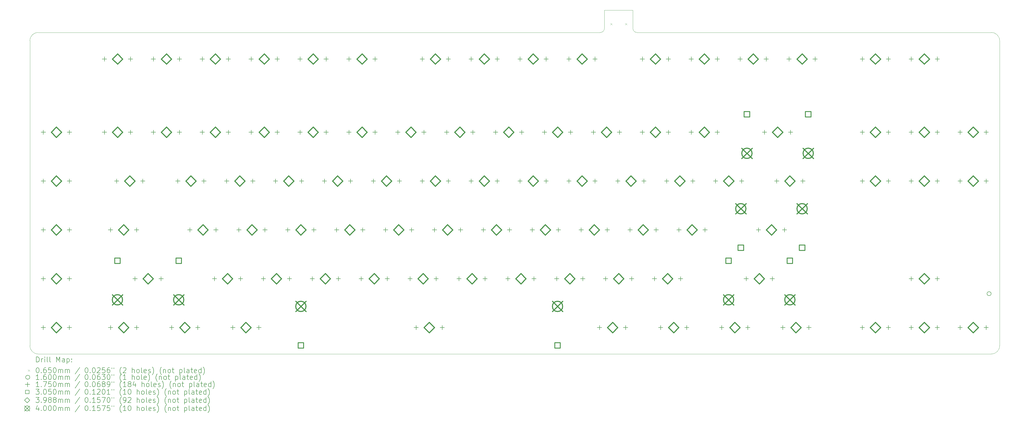
<source format=gbr>
%FSLAX45Y45*%
G04 Gerber Fmt 4.5, Leading zero omitted, Abs format (unit mm)*
G04 Created by KiCad (PCBNEW (6.0.0)) date 2022-03-04 20:35:26*
%MOMM*%
%LPD*%
G01*
G04 APERTURE LIST*
%TA.AperFunction,Profile*%
%ADD10C,0.100000*%
%TD*%
%ADD11C,0.200000*%
%ADD12C,0.065000*%
%ADD13C,0.160000*%
%ADD14C,0.175000*%
%ADD15C,0.305000*%
%ADD16C,0.398780*%
%ADD17C,0.400000*%
G04 APERTURE END LIST*
D10*
X39764370Y-9048180D02*
X39764370Y-20953680D01*
X1984250Y-20953680D02*
X1984250Y-9048180D01*
X2301730Y-8730700D02*
X24207850Y-8730700D01*
X25636510Y-8730700D02*
X39446890Y-8730700D01*
X2301730Y-21271160D02*
X39446890Y-21271160D01*
X25477770Y-8571960D02*
G75*
G03*
X25636510Y-8730700I158740J0D01*
G01*
X39764370Y-9048180D02*
G75*
G03*
X39446890Y-8730700I-317480J0D01*
G01*
X2301730Y-8730700D02*
G75*
G03*
X1984250Y-9048180I0J-317480D01*
G01*
X39446890Y-21271160D02*
G75*
G03*
X39764370Y-20953680I0J317480D01*
G01*
X1984250Y-20953680D02*
G75*
G03*
X2301730Y-21271160I317480J0D01*
G01*
X24366590Y-7857630D02*
X24366590Y-8571960D01*
X25477770Y-7857630D02*
X25477770Y-8571960D01*
X24207850Y-8730700D02*
G75*
G03*
X24366590Y-8571960I0J158740D01*
G01*
X25477770Y-7857630D02*
X24366590Y-7857630D01*
D11*
D12*
X24600680Y-8370760D02*
X24665680Y-8435760D01*
X24665680Y-8370760D02*
X24600680Y-8435760D01*
X25178680Y-8370760D02*
X25243680Y-8435760D01*
X25243680Y-8370760D02*
X25178680Y-8435760D01*
D13*
X39433560Y-18919470D02*
G75*
G03*
X39433560Y-18919470I-80000J0D01*
G01*
D14*
X2508060Y-12532330D02*
X2508060Y-12707330D01*
X2420560Y-12619830D02*
X2595560Y-12619830D01*
X2508060Y-14437210D02*
X2508060Y-14612210D01*
X2420560Y-14524710D02*
X2595560Y-14524710D01*
X2508060Y-16342090D02*
X2508060Y-16517090D01*
X2420560Y-16429590D02*
X2595560Y-16429590D01*
X2508060Y-18246970D02*
X2508060Y-18421970D01*
X2420560Y-18334470D02*
X2595560Y-18334470D01*
X2508060Y-20151850D02*
X2508060Y-20326850D01*
X2420560Y-20239350D02*
X2595560Y-20239350D01*
X3524060Y-12532330D02*
X3524060Y-12707330D01*
X3436560Y-12619830D02*
X3611560Y-12619830D01*
X3524060Y-14437210D02*
X3524060Y-14612210D01*
X3436560Y-14524710D02*
X3611560Y-14524710D01*
X3524060Y-16342090D02*
X3524060Y-16517090D01*
X3436560Y-16429590D02*
X3611560Y-16429590D01*
X3524060Y-18246970D02*
X3524060Y-18421970D01*
X3436560Y-18334470D02*
X3611560Y-18334470D01*
X3524060Y-20151850D02*
X3524060Y-20326850D01*
X3436560Y-20239350D02*
X3611560Y-20239350D01*
X4889160Y-9675010D02*
X4889160Y-9850010D01*
X4801660Y-9762510D02*
X4976660Y-9762510D01*
X4889160Y-12532330D02*
X4889160Y-12707330D01*
X4801660Y-12619830D02*
X4976660Y-12619830D01*
X5127270Y-16342090D02*
X5127270Y-16517090D01*
X5039770Y-16429590D02*
X5214770Y-16429590D01*
X5127270Y-20151850D02*
X5127270Y-20326850D01*
X5039770Y-20239350D02*
X5214770Y-20239350D01*
X5365380Y-14437210D02*
X5365380Y-14612210D01*
X5277880Y-14524710D02*
X5452880Y-14524710D01*
X5905160Y-9675010D02*
X5905160Y-9850010D01*
X5817660Y-9762510D02*
X5992660Y-9762510D01*
X5905160Y-12532330D02*
X5905160Y-12707330D01*
X5817660Y-12619830D02*
X5992660Y-12619830D01*
X6079710Y-18246970D02*
X6079710Y-18421970D01*
X5992210Y-18334470D02*
X6167210Y-18334470D01*
X6143270Y-16342090D02*
X6143270Y-16517090D01*
X6055770Y-16429590D02*
X6230770Y-16429590D01*
X6143270Y-20151850D02*
X6143270Y-20326850D01*
X6055770Y-20239350D02*
X6230770Y-20239350D01*
X6381380Y-14437210D02*
X6381380Y-14612210D01*
X6293880Y-14524710D02*
X6468880Y-14524710D01*
X6794040Y-9675010D02*
X6794040Y-9850010D01*
X6706540Y-9762510D02*
X6881540Y-9762510D01*
X6794040Y-12532330D02*
X6794040Y-12707330D01*
X6706540Y-12619830D02*
X6881540Y-12619830D01*
X7095710Y-18246970D02*
X7095710Y-18421970D01*
X7008210Y-18334470D02*
X7183210Y-18334470D01*
X7508370Y-20151850D02*
X7508370Y-20326850D01*
X7420870Y-20239350D02*
X7595870Y-20239350D01*
X7746480Y-14437210D02*
X7746480Y-14612210D01*
X7658980Y-14524710D02*
X7833980Y-14524710D01*
X7810040Y-9675010D02*
X7810040Y-9850010D01*
X7722540Y-9762510D02*
X7897540Y-9762510D01*
X7810040Y-12532330D02*
X7810040Y-12707330D01*
X7722540Y-12619830D02*
X7897540Y-12619830D01*
X8216870Y-16342090D02*
X8216870Y-16517090D01*
X8129370Y-16429590D02*
X8304370Y-16429590D01*
X8524370Y-20151850D02*
X8524370Y-20326850D01*
X8436870Y-20239350D02*
X8611870Y-20239350D01*
X8698920Y-9675010D02*
X8698920Y-9850010D01*
X8611420Y-9762510D02*
X8786420Y-9762510D01*
X8698920Y-12532330D02*
X8698920Y-12707330D01*
X8611420Y-12619830D02*
X8786420Y-12619830D01*
X8762480Y-14437210D02*
X8762480Y-14612210D01*
X8674980Y-14524710D02*
X8849980Y-14524710D01*
X9175140Y-18246970D02*
X9175140Y-18421970D01*
X9087640Y-18334470D02*
X9262640Y-18334470D01*
X9232870Y-16342090D02*
X9232870Y-16517090D01*
X9145370Y-16429590D02*
X9320370Y-16429590D01*
X9651360Y-14437210D02*
X9651360Y-14612210D01*
X9563860Y-14524710D02*
X9738860Y-14524710D01*
X9714920Y-9675010D02*
X9714920Y-9850010D01*
X9627420Y-9762510D02*
X9802420Y-9762510D01*
X9714920Y-12532330D02*
X9714920Y-12707330D01*
X9627420Y-12619830D02*
X9802420Y-12619830D01*
X9889470Y-20151850D02*
X9889470Y-20326850D01*
X9801970Y-20239350D02*
X9976970Y-20239350D01*
X10127580Y-16342090D02*
X10127580Y-16517090D01*
X10040080Y-16429590D02*
X10215080Y-16429590D01*
X10191140Y-18246970D02*
X10191140Y-18421970D01*
X10103640Y-18334470D02*
X10278640Y-18334470D01*
X10603800Y-9675010D02*
X10603800Y-9850010D01*
X10516300Y-9762510D02*
X10691300Y-9762510D01*
X10603800Y-12532330D02*
X10603800Y-12707330D01*
X10516300Y-12619830D02*
X10691300Y-12619830D01*
X10667360Y-14437210D02*
X10667360Y-14612210D01*
X10579860Y-14524710D02*
X10754860Y-14524710D01*
X10905470Y-20151850D02*
X10905470Y-20326850D01*
X10817970Y-20239350D02*
X10992970Y-20239350D01*
X11080020Y-18246970D02*
X11080020Y-18421970D01*
X10992520Y-18334470D02*
X11167520Y-18334470D01*
X11143580Y-16342090D02*
X11143580Y-16517090D01*
X11056080Y-16429590D02*
X11231080Y-16429590D01*
X11556240Y-14437210D02*
X11556240Y-14612210D01*
X11468740Y-14524710D02*
X11643740Y-14524710D01*
X11619800Y-9675010D02*
X11619800Y-9850010D01*
X11532300Y-9762510D02*
X11707300Y-9762510D01*
X11619800Y-12532330D02*
X11619800Y-12707330D01*
X11532300Y-12619830D02*
X11707300Y-12619830D01*
X12032460Y-16342090D02*
X12032460Y-16517090D01*
X11944960Y-16429590D02*
X12119960Y-16429590D01*
X12096020Y-18246970D02*
X12096020Y-18421970D01*
X12008520Y-18334470D02*
X12183520Y-18334470D01*
X12508680Y-9675010D02*
X12508680Y-9850010D01*
X12421180Y-9762510D02*
X12596180Y-9762510D01*
X12508680Y-12532330D02*
X12508680Y-12707330D01*
X12421180Y-12619830D02*
X12596180Y-12619830D01*
X12572240Y-14437210D02*
X12572240Y-14612210D01*
X12484740Y-14524710D02*
X12659740Y-14524710D01*
X12984900Y-18246970D02*
X12984900Y-18421970D01*
X12897400Y-18334470D02*
X13072400Y-18334470D01*
X13048460Y-16342090D02*
X13048460Y-16517090D01*
X12960960Y-16429590D02*
X13135960Y-16429590D01*
X13461120Y-14437210D02*
X13461120Y-14612210D01*
X13373620Y-14524710D02*
X13548620Y-14524710D01*
X13524680Y-9675010D02*
X13524680Y-9850010D01*
X13437180Y-9762510D02*
X13612180Y-9762510D01*
X13524680Y-12532330D02*
X13524680Y-12707330D01*
X13437180Y-12619830D02*
X13612180Y-12619830D01*
X13937340Y-16342090D02*
X13937340Y-16517090D01*
X13849840Y-16429590D02*
X14024840Y-16429590D01*
X14000900Y-18246970D02*
X14000900Y-18421970D01*
X13913400Y-18334470D02*
X14088400Y-18334470D01*
X14413560Y-9675010D02*
X14413560Y-9850010D01*
X14326060Y-9762510D02*
X14501060Y-9762510D01*
X14413560Y-12532330D02*
X14413560Y-12707330D01*
X14326060Y-12619830D02*
X14501060Y-12619830D01*
X14477120Y-14437210D02*
X14477120Y-14612210D01*
X14389620Y-14524710D02*
X14564620Y-14524710D01*
X14889780Y-18246970D02*
X14889780Y-18421970D01*
X14802280Y-18334470D02*
X14977280Y-18334470D01*
X14953340Y-16342090D02*
X14953340Y-16517090D01*
X14865840Y-16429590D02*
X15040840Y-16429590D01*
X15366000Y-14437210D02*
X15366000Y-14612210D01*
X15278500Y-14524710D02*
X15453500Y-14524710D01*
X15429560Y-9675010D02*
X15429560Y-9850010D01*
X15342060Y-9762510D02*
X15517060Y-9762510D01*
X15429560Y-12532330D02*
X15429560Y-12707330D01*
X15342060Y-12619830D02*
X15517060Y-12619830D01*
X15842220Y-16342090D02*
X15842220Y-16517090D01*
X15754720Y-16429590D02*
X15929720Y-16429590D01*
X15905780Y-18246970D02*
X15905780Y-18421970D01*
X15818280Y-18334470D02*
X15993280Y-18334470D01*
X16318440Y-12532330D02*
X16318440Y-12707330D01*
X16230940Y-12619830D02*
X16405940Y-12619830D01*
X16382000Y-14437210D02*
X16382000Y-14612210D01*
X16294500Y-14524710D02*
X16469500Y-14524710D01*
X16794660Y-18246970D02*
X16794660Y-18421970D01*
X16707160Y-18334470D02*
X16882160Y-18334470D01*
X16858220Y-16342090D02*
X16858220Y-16517090D01*
X16770720Y-16429590D02*
X16945720Y-16429590D01*
X17032770Y-20151850D02*
X17032770Y-20326850D01*
X16945270Y-20239350D02*
X17120270Y-20239350D01*
X17270880Y-9675010D02*
X17270880Y-9850010D01*
X17183380Y-9762510D02*
X17358380Y-9762510D01*
X17270880Y-14437210D02*
X17270880Y-14612210D01*
X17183380Y-14524710D02*
X17358380Y-14524710D01*
X17334440Y-12532330D02*
X17334440Y-12707330D01*
X17246940Y-12619830D02*
X17421940Y-12619830D01*
X17747100Y-16342090D02*
X17747100Y-16517090D01*
X17659600Y-16429590D02*
X17834600Y-16429590D01*
X17810660Y-18246970D02*
X17810660Y-18421970D01*
X17723160Y-18334470D02*
X17898160Y-18334470D01*
X18048770Y-20151850D02*
X18048770Y-20326850D01*
X17961270Y-20239350D02*
X18136270Y-20239350D01*
X18223320Y-12532330D02*
X18223320Y-12707330D01*
X18135820Y-12619830D02*
X18310820Y-12619830D01*
X18286880Y-9675010D02*
X18286880Y-9850010D01*
X18199380Y-9762510D02*
X18374380Y-9762510D01*
X18286880Y-14437210D02*
X18286880Y-14612210D01*
X18199380Y-14524710D02*
X18374380Y-14524710D01*
X18699540Y-18246970D02*
X18699540Y-18421970D01*
X18612040Y-18334470D02*
X18787040Y-18334470D01*
X18763100Y-16342090D02*
X18763100Y-16517090D01*
X18675600Y-16429590D02*
X18850600Y-16429590D01*
X19175760Y-9675010D02*
X19175760Y-9850010D01*
X19088260Y-9762510D02*
X19263260Y-9762510D01*
X19175760Y-14437210D02*
X19175760Y-14612210D01*
X19088260Y-14524710D02*
X19263260Y-14524710D01*
X19239320Y-12532330D02*
X19239320Y-12707330D01*
X19151820Y-12619830D02*
X19326820Y-12619830D01*
X19651980Y-16342090D02*
X19651980Y-16517090D01*
X19564480Y-16429590D02*
X19739480Y-16429590D01*
X19715540Y-18246970D02*
X19715540Y-18421970D01*
X19628040Y-18334470D02*
X19803040Y-18334470D01*
X20128200Y-12532330D02*
X20128200Y-12707330D01*
X20040700Y-12619830D02*
X20215700Y-12619830D01*
X20191760Y-9675010D02*
X20191760Y-9850010D01*
X20104260Y-9762510D02*
X20279260Y-9762510D01*
X20191760Y-14437210D02*
X20191760Y-14612210D01*
X20104260Y-14524710D02*
X20279260Y-14524710D01*
X20604420Y-18246970D02*
X20604420Y-18421970D01*
X20516920Y-18334470D02*
X20691920Y-18334470D01*
X20667980Y-16342090D02*
X20667980Y-16517090D01*
X20580480Y-16429590D02*
X20755480Y-16429590D01*
X21080640Y-9675010D02*
X21080640Y-9850010D01*
X20993140Y-9762510D02*
X21168140Y-9762510D01*
X21080640Y-14437210D02*
X21080640Y-14612210D01*
X20993140Y-14524710D02*
X21168140Y-14524710D01*
X21144200Y-12532330D02*
X21144200Y-12707330D01*
X21056700Y-12619830D02*
X21231700Y-12619830D01*
X21556860Y-16342090D02*
X21556860Y-16517090D01*
X21469360Y-16429590D02*
X21644360Y-16429590D01*
X21620420Y-18246970D02*
X21620420Y-18421970D01*
X21532920Y-18334470D02*
X21707920Y-18334470D01*
X22033080Y-12532330D02*
X22033080Y-12707330D01*
X21945580Y-12619830D02*
X22120580Y-12619830D01*
X22096640Y-9675010D02*
X22096640Y-9850010D01*
X22009140Y-9762510D02*
X22184140Y-9762510D01*
X22096640Y-14437210D02*
X22096640Y-14612210D01*
X22009140Y-14524710D02*
X22184140Y-14524710D01*
X22509300Y-18246970D02*
X22509300Y-18421970D01*
X22421800Y-18334470D02*
X22596800Y-18334470D01*
X22572860Y-16342090D02*
X22572860Y-16517090D01*
X22485360Y-16429590D02*
X22660360Y-16429590D01*
X22985520Y-9675010D02*
X22985520Y-9850010D01*
X22898020Y-9762510D02*
X23073020Y-9762510D01*
X22985520Y-14437210D02*
X22985520Y-14612210D01*
X22898020Y-14524710D02*
X23073020Y-14524710D01*
X23049080Y-12532330D02*
X23049080Y-12707330D01*
X22961580Y-12619830D02*
X23136580Y-12619830D01*
X23461740Y-16342090D02*
X23461740Y-16517090D01*
X23374240Y-16429590D02*
X23549240Y-16429590D01*
X23525300Y-18246970D02*
X23525300Y-18421970D01*
X23437800Y-18334470D02*
X23612800Y-18334470D01*
X23937960Y-12532330D02*
X23937960Y-12707330D01*
X23850460Y-12619830D02*
X24025460Y-12619830D01*
X24001520Y-9675010D02*
X24001520Y-9850010D01*
X23914020Y-9762510D02*
X24089020Y-9762510D01*
X24001520Y-14437210D02*
X24001520Y-14612210D01*
X23914020Y-14524710D02*
X24089020Y-14524710D01*
X24176070Y-20151850D02*
X24176070Y-20326850D01*
X24088570Y-20239350D02*
X24263570Y-20239350D01*
X24414180Y-18246970D02*
X24414180Y-18421970D01*
X24326680Y-18334470D02*
X24501680Y-18334470D01*
X24477740Y-16342090D02*
X24477740Y-16517090D01*
X24390240Y-16429590D02*
X24565240Y-16429590D01*
X24890400Y-14437210D02*
X24890400Y-14612210D01*
X24802900Y-14524710D02*
X24977900Y-14524710D01*
X24953960Y-12532330D02*
X24953960Y-12707330D01*
X24866460Y-12619830D02*
X25041460Y-12619830D01*
X25192070Y-20151850D02*
X25192070Y-20326850D01*
X25104570Y-20239350D02*
X25279570Y-20239350D01*
X25366620Y-16342090D02*
X25366620Y-16517090D01*
X25279120Y-16429590D02*
X25454120Y-16429590D01*
X25430180Y-18246970D02*
X25430180Y-18421970D01*
X25342680Y-18334470D02*
X25517680Y-18334470D01*
X25842840Y-9675010D02*
X25842840Y-9850010D01*
X25755340Y-9762510D02*
X25930340Y-9762510D01*
X25842840Y-12532330D02*
X25842840Y-12707330D01*
X25755340Y-12619830D02*
X25930340Y-12619830D01*
X25906400Y-14437210D02*
X25906400Y-14612210D01*
X25818900Y-14524710D02*
X25993900Y-14524710D01*
X26319060Y-18246970D02*
X26319060Y-18421970D01*
X26231560Y-18334470D02*
X26406560Y-18334470D01*
X26382620Y-16342090D02*
X26382620Y-16517090D01*
X26295120Y-16429590D02*
X26470120Y-16429590D01*
X26557170Y-20151850D02*
X26557170Y-20326850D01*
X26469670Y-20239350D02*
X26644670Y-20239350D01*
X26795280Y-14437210D02*
X26795280Y-14612210D01*
X26707780Y-14524710D02*
X26882780Y-14524710D01*
X26858840Y-9675010D02*
X26858840Y-9850010D01*
X26771340Y-9762510D02*
X26946340Y-9762510D01*
X26858840Y-12532330D02*
X26858840Y-12707330D01*
X26771340Y-12619830D02*
X26946340Y-12619830D01*
X27271500Y-16342090D02*
X27271500Y-16517090D01*
X27184000Y-16429590D02*
X27359000Y-16429590D01*
X27335060Y-18246970D02*
X27335060Y-18421970D01*
X27247560Y-18334470D02*
X27422560Y-18334470D01*
X27573170Y-20151850D02*
X27573170Y-20326850D01*
X27485670Y-20239350D02*
X27660670Y-20239350D01*
X27747720Y-9675010D02*
X27747720Y-9850010D01*
X27660220Y-9762510D02*
X27835220Y-9762510D01*
X27747720Y-12532330D02*
X27747720Y-12707330D01*
X27660220Y-12619830D02*
X27835220Y-12619830D01*
X27811280Y-14437210D02*
X27811280Y-14612210D01*
X27723780Y-14524710D02*
X27898780Y-14524710D01*
X28287500Y-16342090D02*
X28287500Y-16517090D01*
X28200000Y-16429590D02*
X28375000Y-16429590D01*
X28700160Y-14437210D02*
X28700160Y-14612210D01*
X28612660Y-14524710D02*
X28787660Y-14524710D01*
X28763720Y-9675010D02*
X28763720Y-9850010D01*
X28676220Y-9762510D02*
X28851220Y-9762510D01*
X28763720Y-12532330D02*
X28763720Y-12707330D01*
X28676220Y-12619830D02*
X28851220Y-12619830D01*
X28938270Y-20151850D02*
X28938270Y-20326850D01*
X28850770Y-20239350D02*
X29025770Y-20239350D01*
X29652600Y-9675010D02*
X29652600Y-9850010D01*
X29565100Y-9762510D02*
X29740100Y-9762510D01*
X29716160Y-14437210D02*
X29716160Y-14612210D01*
X29628660Y-14524710D02*
X29803660Y-14524710D01*
X29889756Y-18246884D02*
X29889756Y-18421884D01*
X29802256Y-18334384D02*
X29977256Y-18334384D01*
X29954270Y-20151850D02*
X29954270Y-20326850D01*
X29866770Y-20239350D02*
X30041770Y-20239350D01*
X30366930Y-16342090D02*
X30366930Y-16517090D01*
X30279430Y-16429590D02*
X30454430Y-16429590D01*
X30605040Y-12532330D02*
X30605040Y-12707330D01*
X30517540Y-12619830D02*
X30692540Y-12619830D01*
X30668600Y-9675010D02*
X30668600Y-9850010D01*
X30581100Y-9762510D02*
X30756100Y-9762510D01*
X30905756Y-18246884D02*
X30905756Y-18421884D01*
X30818256Y-18334384D02*
X30993256Y-18334384D01*
X31081260Y-14437210D02*
X31081260Y-14612210D01*
X30993760Y-14524710D02*
X31168760Y-14524710D01*
X31319370Y-20151850D02*
X31319370Y-20326850D01*
X31231870Y-20239350D02*
X31406870Y-20239350D01*
X31382930Y-16342090D02*
X31382930Y-16517090D01*
X31295430Y-16429590D02*
X31470430Y-16429590D01*
X31557480Y-9675010D02*
X31557480Y-9850010D01*
X31469980Y-9762510D02*
X31644980Y-9762510D01*
X31621040Y-12532330D02*
X31621040Y-12707330D01*
X31533540Y-12619830D02*
X31708540Y-12619830D01*
X32097260Y-14437210D02*
X32097260Y-14612210D01*
X32009760Y-14524710D02*
X32184760Y-14524710D01*
X32335370Y-20151850D02*
X32335370Y-20326850D01*
X32247870Y-20239350D02*
X32422870Y-20239350D01*
X32573480Y-9675010D02*
X32573480Y-9850010D01*
X32485980Y-9762510D02*
X32660980Y-9762510D01*
X34414800Y-9675010D02*
X34414800Y-9850010D01*
X34327300Y-9762510D02*
X34502300Y-9762510D01*
X34414800Y-12532330D02*
X34414800Y-12707330D01*
X34327300Y-12619830D02*
X34502300Y-12619830D01*
X34414800Y-14437210D02*
X34414800Y-14612210D01*
X34327300Y-14524710D02*
X34502300Y-14524710D01*
X34414800Y-20151850D02*
X34414800Y-20326850D01*
X34327300Y-20239350D02*
X34502300Y-20239350D01*
X35430800Y-9675010D02*
X35430800Y-9850010D01*
X35343300Y-9762510D02*
X35518300Y-9762510D01*
X35430800Y-12532330D02*
X35430800Y-12707330D01*
X35343300Y-12619830D02*
X35518300Y-12619830D01*
X35430800Y-14437210D02*
X35430800Y-14612210D01*
X35343300Y-14524710D02*
X35518300Y-14524710D01*
X35430800Y-20151850D02*
X35430800Y-20326850D01*
X35343300Y-20239350D02*
X35518300Y-20239350D01*
X36319680Y-9675010D02*
X36319680Y-9850010D01*
X36232180Y-9762510D02*
X36407180Y-9762510D01*
X36319680Y-12532330D02*
X36319680Y-12707330D01*
X36232180Y-12619830D02*
X36407180Y-12619830D01*
X36319680Y-14437210D02*
X36319680Y-14612210D01*
X36232180Y-14524710D02*
X36407180Y-14524710D01*
X36319680Y-18246970D02*
X36319680Y-18421970D01*
X36232180Y-18334470D02*
X36407180Y-18334470D01*
X36319680Y-20151850D02*
X36319680Y-20326850D01*
X36232180Y-20239350D02*
X36407180Y-20239350D01*
X37335680Y-9675010D02*
X37335680Y-9850010D01*
X37248180Y-9762510D02*
X37423180Y-9762510D01*
X37335680Y-12532330D02*
X37335680Y-12707330D01*
X37248180Y-12619830D02*
X37423180Y-12619830D01*
X37335680Y-14437210D02*
X37335680Y-14612210D01*
X37248180Y-14524710D02*
X37423180Y-14524710D01*
X37335680Y-18246970D02*
X37335680Y-18421970D01*
X37248180Y-18334470D02*
X37423180Y-18334470D01*
X37335680Y-20151850D02*
X37335680Y-20326850D01*
X37248180Y-20239350D02*
X37423180Y-20239350D01*
X38224560Y-12532330D02*
X38224560Y-12707330D01*
X38137060Y-12619830D02*
X38312060Y-12619830D01*
X38224560Y-14437210D02*
X38224560Y-14612210D01*
X38137060Y-14524710D02*
X38312060Y-14524710D01*
X38224560Y-20151850D02*
X38224560Y-20326850D01*
X38137060Y-20239350D02*
X38312060Y-20239350D01*
X39240560Y-12532330D02*
X39240560Y-12707330D01*
X39153060Y-12619830D02*
X39328060Y-12619830D01*
X39240560Y-14437210D02*
X39240560Y-14612210D01*
X39153060Y-14524710D02*
X39328060Y-14524710D01*
X39240560Y-20151850D02*
X39240560Y-20326850D01*
X39153060Y-20239350D02*
X39328060Y-20239350D01*
D15*
X5501745Y-17742305D02*
X5501745Y-17526635D01*
X5286075Y-17526635D01*
X5286075Y-17742305D01*
X5501745Y-17742305D01*
X7889345Y-17742305D02*
X7889345Y-17526635D01*
X7673675Y-17526635D01*
X7673675Y-17742305D01*
X7889345Y-17742305D01*
X12648605Y-21047185D02*
X12648605Y-20831515D01*
X12432935Y-20831515D01*
X12432935Y-21047185D01*
X12648605Y-21047185D01*
X22648605Y-21047185D02*
X22648605Y-20831515D01*
X22432935Y-20831515D01*
X22432935Y-21047185D01*
X22648605Y-21047185D01*
X29312745Y-17742305D02*
X29312745Y-17526635D01*
X29097075Y-17526635D01*
X29097075Y-17742305D01*
X29312745Y-17742305D01*
X29788965Y-17237425D02*
X29788965Y-17021755D01*
X29573295Y-17021755D01*
X29573295Y-17237425D01*
X29788965Y-17237425D01*
X30027075Y-12027665D02*
X30027075Y-11811995D01*
X29811405Y-11811995D01*
X29811405Y-12027665D01*
X30027075Y-12027665D01*
X31700345Y-17742305D02*
X31700345Y-17526635D01*
X31484675Y-17526635D01*
X31484675Y-17742305D01*
X31700345Y-17742305D01*
X32176565Y-17237425D02*
X32176565Y-17021755D01*
X31960895Y-17021755D01*
X31960895Y-17237425D01*
X32176565Y-17237425D01*
X32414675Y-12027665D02*
X32414675Y-11811995D01*
X32199005Y-11811995D01*
X32199005Y-12027665D01*
X32414675Y-12027665D01*
D16*
X3016060Y-12819220D02*
X3215450Y-12619830D01*
X3016060Y-12420440D01*
X2816670Y-12619830D01*
X3016060Y-12819220D01*
X3016060Y-14724100D02*
X3215450Y-14524710D01*
X3016060Y-14325320D01*
X2816670Y-14524710D01*
X3016060Y-14724100D01*
X3016060Y-16628980D02*
X3215450Y-16429590D01*
X3016060Y-16230200D01*
X2816670Y-16429590D01*
X3016060Y-16628980D01*
X3016060Y-18533860D02*
X3215450Y-18334470D01*
X3016060Y-18135080D01*
X2816670Y-18334470D01*
X3016060Y-18533860D01*
X3016060Y-20438740D02*
X3215450Y-20239350D01*
X3016060Y-20039960D01*
X2816670Y-20239350D01*
X3016060Y-20438740D01*
X5397160Y-9961900D02*
X5596550Y-9762510D01*
X5397160Y-9563120D01*
X5197770Y-9762510D01*
X5397160Y-9961900D01*
X5397160Y-12819220D02*
X5596550Y-12619830D01*
X5397160Y-12420440D01*
X5197770Y-12619830D01*
X5397160Y-12819220D01*
X5635270Y-16628980D02*
X5834660Y-16429590D01*
X5635270Y-16230200D01*
X5435880Y-16429590D01*
X5635270Y-16628980D01*
X5635270Y-20438740D02*
X5834660Y-20239350D01*
X5635270Y-20039960D01*
X5435880Y-20239350D01*
X5635270Y-20438740D01*
X5873380Y-14724100D02*
X6072770Y-14524710D01*
X5873380Y-14325320D01*
X5673990Y-14524710D01*
X5873380Y-14724100D01*
X6587710Y-18533860D02*
X6787100Y-18334470D01*
X6587710Y-18135080D01*
X6388320Y-18334470D01*
X6587710Y-18533860D01*
X7302040Y-9961900D02*
X7501430Y-9762510D01*
X7302040Y-9563120D01*
X7102650Y-9762510D01*
X7302040Y-9961900D01*
X7302040Y-12819220D02*
X7501430Y-12619830D01*
X7302040Y-12420440D01*
X7102650Y-12619830D01*
X7302040Y-12819220D01*
X8016370Y-20438740D02*
X8215760Y-20239350D01*
X8016370Y-20039960D01*
X7816980Y-20239350D01*
X8016370Y-20438740D01*
X8254480Y-14724100D02*
X8453870Y-14524710D01*
X8254480Y-14325320D01*
X8055090Y-14524710D01*
X8254480Y-14724100D01*
X8724870Y-16628980D02*
X8924260Y-16429590D01*
X8724870Y-16230200D01*
X8525480Y-16429590D01*
X8724870Y-16628980D01*
X9206920Y-9961900D02*
X9406310Y-9762510D01*
X9206920Y-9563120D01*
X9007530Y-9762510D01*
X9206920Y-9961900D01*
X9206920Y-12819220D02*
X9406310Y-12619830D01*
X9206920Y-12420440D01*
X9007530Y-12619830D01*
X9206920Y-12819220D01*
X9683140Y-18533860D02*
X9882530Y-18334470D01*
X9683140Y-18135080D01*
X9483750Y-18334470D01*
X9683140Y-18533860D01*
X10159360Y-14724100D02*
X10358750Y-14524710D01*
X10159360Y-14325320D01*
X9959970Y-14524710D01*
X10159360Y-14724100D01*
X10397470Y-20438740D02*
X10596860Y-20239350D01*
X10397470Y-20039960D01*
X10198080Y-20239350D01*
X10397470Y-20438740D01*
X10635580Y-16628980D02*
X10834970Y-16429590D01*
X10635580Y-16230200D01*
X10436190Y-16429590D01*
X10635580Y-16628980D01*
X11111800Y-9961900D02*
X11311190Y-9762510D01*
X11111800Y-9563120D01*
X10912410Y-9762510D01*
X11111800Y-9961900D01*
X11111800Y-12819220D02*
X11311190Y-12619830D01*
X11111800Y-12420440D01*
X10912410Y-12619830D01*
X11111800Y-12819220D01*
X11588020Y-18533860D02*
X11787410Y-18334470D01*
X11588020Y-18135080D01*
X11388630Y-18334470D01*
X11588020Y-18533860D01*
X12064240Y-14724100D02*
X12263630Y-14524710D01*
X12064240Y-14325320D01*
X11864850Y-14524710D01*
X12064240Y-14724100D01*
X12540460Y-16628980D02*
X12739850Y-16429590D01*
X12540460Y-16230200D01*
X12341070Y-16429590D01*
X12540460Y-16628980D01*
X13016680Y-9961900D02*
X13216070Y-9762510D01*
X13016680Y-9563120D01*
X12817290Y-9762510D01*
X13016680Y-9961900D01*
X13016680Y-12819220D02*
X13216070Y-12619830D01*
X13016680Y-12420440D01*
X12817290Y-12619830D01*
X13016680Y-12819220D01*
X13492900Y-18533860D02*
X13692290Y-18334470D01*
X13492900Y-18135080D01*
X13293510Y-18334470D01*
X13492900Y-18533860D01*
X13969120Y-14724100D02*
X14168510Y-14524710D01*
X13969120Y-14325320D01*
X13769730Y-14524710D01*
X13969120Y-14724100D01*
X14445340Y-16628980D02*
X14644730Y-16429590D01*
X14445340Y-16230200D01*
X14245950Y-16429590D01*
X14445340Y-16628980D01*
X14921560Y-9961900D02*
X15120950Y-9762510D01*
X14921560Y-9563120D01*
X14722170Y-9762510D01*
X14921560Y-9961900D01*
X14921560Y-12819220D02*
X15120950Y-12619830D01*
X14921560Y-12420440D01*
X14722170Y-12619830D01*
X14921560Y-12819220D01*
X15397780Y-18533860D02*
X15597170Y-18334470D01*
X15397780Y-18135080D01*
X15198390Y-18334470D01*
X15397780Y-18533860D01*
X15874000Y-14724100D02*
X16073390Y-14524710D01*
X15874000Y-14325320D01*
X15674610Y-14524710D01*
X15874000Y-14724100D01*
X16350220Y-16628980D02*
X16549610Y-16429590D01*
X16350220Y-16230200D01*
X16150830Y-16429590D01*
X16350220Y-16628980D01*
X16826440Y-12819220D02*
X17025830Y-12619830D01*
X16826440Y-12420440D01*
X16627050Y-12619830D01*
X16826440Y-12819220D01*
X17302660Y-18533860D02*
X17502050Y-18334470D01*
X17302660Y-18135080D01*
X17103270Y-18334470D01*
X17302660Y-18533860D01*
X17540770Y-20438740D02*
X17740160Y-20239350D01*
X17540770Y-20039960D01*
X17341380Y-20239350D01*
X17540770Y-20438740D01*
X17778880Y-9961900D02*
X17978270Y-9762510D01*
X17778880Y-9563120D01*
X17579490Y-9762510D01*
X17778880Y-9961900D01*
X17778880Y-14724100D02*
X17978270Y-14524710D01*
X17778880Y-14325320D01*
X17579490Y-14524710D01*
X17778880Y-14724100D01*
X18255100Y-16628980D02*
X18454490Y-16429590D01*
X18255100Y-16230200D01*
X18055710Y-16429590D01*
X18255100Y-16628980D01*
X18731320Y-12819220D02*
X18930710Y-12619830D01*
X18731320Y-12420440D01*
X18531930Y-12619830D01*
X18731320Y-12819220D01*
X19207540Y-18533860D02*
X19406930Y-18334470D01*
X19207540Y-18135080D01*
X19008150Y-18334470D01*
X19207540Y-18533860D01*
X19683760Y-9961900D02*
X19883150Y-9762510D01*
X19683760Y-9563120D01*
X19484370Y-9762510D01*
X19683760Y-9961900D01*
X19683760Y-14724100D02*
X19883150Y-14524710D01*
X19683760Y-14325320D01*
X19484370Y-14524710D01*
X19683760Y-14724100D01*
X20159980Y-16628980D02*
X20359370Y-16429590D01*
X20159980Y-16230200D01*
X19960590Y-16429590D01*
X20159980Y-16628980D01*
X20636200Y-12819220D02*
X20835590Y-12619830D01*
X20636200Y-12420440D01*
X20436810Y-12619830D01*
X20636200Y-12819220D01*
X21112420Y-18533860D02*
X21311810Y-18334470D01*
X21112420Y-18135080D01*
X20913030Y-18334470D01*
X21112420Y-18533860D01*
X21588640Y-9961900D02*
X21788030Y-9762510D01*
X21588640Y-9563120D01*
X21389250Y-9762510D01*
X21588640Y-9961900D01*
X21588640Y-14724100D02*
X21788030Y-14524710D01*
X21588640Y-14325320D01*
X21389250Y-14524710D01*
X21588640Y-14724100D01*
X22064860Y-16628980D02*
X22264250Y-16429590D01*
X22064860Y-16230200D01*
X21865470Y-16429590D01*
X22064860Y-16628980D01*
X22541080Y-12819220D02*
X22740470Y-12619830D01*
X22541080Y-12420440D01*
X22341690Y-12619830D01*
X22541080Y-12819220D01*
X23017300Y-18533860D02*
X23216690Y-18334470D01*
X23017300Y-18135080D01*
X22817910Y-18334470D01*
X23017300Y-18533860D01*
X23493520Y-9961900D02*
X23692910Y-9762510D01*
X23493520Y-9563120D01*
X23294130Y-9762510D01*
X23493520Y-9961900D01*
X23493520Y-14724100D02*
X23692910Y-14524710D01*
X23493520Y-14325320D01*
X23294130Y-14524710D01*
X23493520Y-14724100D01*
X23969740Y-16628980D02*
X24169130Y-16429590D01*
X23969740Y-16230200D01*
X23770350Y-16429590D01*
X23969740Y-16628980D01*
X24445960Y-12819220D02*
X24645350Y-12619830D01*
X24445960Y-12420440D01*
X24246570Y-12619830D01*
X24445960Y-12819220D01*
X24684070Y-20438740D02*
X24883460Y-20239350D01*
X24684070Y-20039960D01*
X24484680Y-20239350D01*
X24684070Y-20438740D01*
X24922180Y-18533860D02*
X25121570Y-18334470D01*
X24922180Y-18135080D01*
X24722790Y-18334470D01*
X24922180Y-18533860D01*
X25398400Y-14724100D02*
X25597790Y-14524710D01*
X25398400Y-14325320D01*
X25199010Y-14524710D01*
X25398400Y-14724100D01*
X25874620Y-16628980D02*
X26074010Y-16429590D01*
X25874620Y-16230200D01*
X25675230Y-16429590D01*
X25874620Y-16628980D01*
X26350840Y-9961900D02*
X26550230Y-9762510D01*
X26350840Y-9563120D01*
X26151450Y-9762510D01*
X26350840Y-9961900D01*
X26350840Y-12819220D02*
X26550230Y-12619830D01*
X26350840Y-12420440D01*
X26151450Y-12619830D01*
X26350840Y-12819220D01*
X26827060Y-18533860D02*
X27026450Y-18334470D01*
X26827060Y-18135080D01*
X26627670Y-18334470D01*
X26827060Y-18533860D01*
X27065170Y-20438740D02*
X27264560Y-20239350D01*
X27065170Y-20039960D01*
X26865780Y-20239350D01*
X27065170Y-20438740D01*
X27303280Y-14724100D02*
X27502670Y-14524710D01*
X27303280Y-14325320D01*
X27103890Y-14524710D01*
X27303280Y-14724100D01*
X27779500Y-16628980D02*
X27978890Y-16429590D01*
X27779500Y-16230200D01*
X27580110Y-16429590D01*
X27779500Y-16628980D01*
X28255720Y-9961900D02*
X28455110Y-9762510D01*
X28255720Y-9563120D01*
X28056330Y-9762510D01*
X28255720Y-9961900D01*
X28255720Y-12819220D02*
X28455110Y-12619830D01*
X28255720Y-12420440D01*
X28056330Y-12619830D01*
X28255720Y-12819220D01*
X29208160Y-14724100D02*
X29407550Y-14524710D01*
X29208160Y-14325320D01*
X29008770Y-14524710D01*
X29208160Y-14724100D01*
X29446270Y-20438740D02*
X29645660Y-20239350D01*
X29446270Y-20039960D01*
X29246880Y-20239350D01*
X29446270Y-20438740D01*
X30160600Y-9961900D02*
X30359990Y-9762510D01*
X30160600Y-9563120D01*
X29961210Y-9762510D01*
X30160600Y-9961900D01*
X30397756Y-18533774D02*
X30597146Y-18334384D01*
X30397756Y-18134994D01*
X30198366Y-18334384D01*
X30397756Y-18533774D01*
X30874930Y-16628980D02*
X31074320Y-16429590D01*
X30874930Y-16230200D01*
X30675540Y-16429590D01*
X30874930Y-16628980D01*
X31113040Y-12819220D02*
X31312430Y-12619830D01*
X31113040Y-12420440D01*
X30913650Y-12619830D01*
X31113040Y-12819220D01*
X31589260Y-14724100D02*
X31788650Y-14524710D01*
X31589260Y-14325320D01*
X31389870Y-14524710D01*
X31589260Y-14724100D01*
X31827370Y-20438740D02*
X32026760Y-20239350D01*
X31827370Y-20039960D01*
X31627980Y-20239350D01*
X31827370Y-20438740D01*
X32065480Y-9961900D02*
X32264870Y-9762510D01*
X32065480Y-9563120D01*
X31866090Y-9762510D01*
X32065480Y-9961900D01*
X34922800Y-9961900D02*
X35122190Y-9762510D01*
X34922800Y-9563120D01*
X34723410Y-9762510D01*
X34922800Y-9961900D01*
X34922800Y-12819220D02*
X35122190Y-12619830D01*
X34922800Y-12420440D01*
X34723410Y-12619830D01*
X34922800Y-12819220D01*
X34922800Y-14724100D02*
X35122190Y-14524710D01*
X34922800Y-14325320D01*
X34723410Y-14524710D01*
X34922800Y-14724100D01*
X34922800Y-20438740D02*
X35122190Y-20239350D01*
X34922800Y-20039960D01*
X34723410Y-20239350D01*
X34922800Y-20438740D01*
X36827680Y-9961900D02*
X37027070Y-9762510D01*
X36827680Y-9563120D01*
X36628290Y-9762510D01*
X36827680Y-9961900D01*
X36827680Y-12819220D02*
X37027070Y-12619830D01*
X36827680Y-12420440D01*
X36628290Y-12619830D01*
X36827680Y-12819220D01*
X36827680Y-14724100D02*
X37027070Y-14524710D01*
X36827680Y-14325320D01*
X36628290Y-14524710D01*
X36827680Y-14724100D01*
X36827680Y-18533860D02*
X37027070Y-18334470D01*
X36827680Y-18135080D01*
X36628290Y-18334470D01*
X36827680Y-18533860D01*
X36827680Y-20438740D02*
X37027070Y-20239350D01*
X36827680Y-20039960D01*
X36628290Y-20239350D01*
X36827680Y-20438740D01*
X38732560Y-12819220D02*
X38931950Y-12619830D01*
X38732560Y-12420440D01*
X38533170Y-12619830D01*
X38732560Y-12819220D01*
X38732560Y-14724100D02*
X38931950Y-14524710D01*
X38732560Y-14325320D01*
X38533170Y-14524710D01*
X38732560Y-14724100D01*
X38732560Y-20438740D02*
X38931950Y-20239350D01*
X38732560Y-20039960D01*
X38533170Y-20239350D01*
X38732560Y-20438740D01*
D17*
X5193910Y-18958470D02*
X5593910Y-19358470D01*
X5593910Y-18958470D02*
X5193910Y-19358470D01*
X5593910Y-19158470D02*
G75*
G03*
X5593910Y-19158470I-200000J0D01*
G01*
X7581510Y-18958470D02*
X7981510Y-19358470D01*
X7981510Y-18958470D02*
X7581510Y-19358470D01*
X7981510Y-19158470D02*
G75*
G03*
X7981510Y-19158470I-200000J0D01*
G01*
X12340770Y-19215350D02*
X12740770Y-19615350D01*
X12740770Y-19215350D02*
X12340770Y-19615350D01*
X12740770Y-19415350D02*
G75*
G03*
X12740770Y-19415350I-200000J0D01*
G01*
X22340770Y-19215350D02*
X22740770Y-19615350D01*
X22740770Y-19215350D02*
X22340770Y-19615350D01*
X22740770Y-19415350D02*
G75*
G03*
X22740770Y-19415350I-200000J0D01*
G01*
X29004910Y-18958470D02*
X29404910Y-19358470D01*
X29404910Y-18958470D02*
X29004910Y-19358470D01*
X29404910Y-19158470D02*
G75*
G03*
X29404910Y-19158470I-200000J0D01*
G01*
X29481130Y-15405590D02*
X29881130Y-15805590D01*
X29881130Y-15405590D02*
X29481130Y-15805590D01*
X29881130Y-15605590D02*
G75*
G03*
X29881130Y-15605590I-200000J0D01*
G01*
X29719240Y-13243830D02*
X30119240Y-13643830D01*
X30119240Y-13243830D02*
X29719240Y-13643830D01*
X30119240Y-13443830D02*
G75*
G03*
X30119240Y-13443830I-200000J0D01*
G01*
X31392510Y-18958470D02*
X31792510Y-19358470D01*
X31792510Y-18958470D02*
X31392510Y-19358470D01*
X31792510Y-19158470D02*
G75*
G03*
X31792510Y-19158470I-200000J0D01*
G01*
X31868730Y-15405590D02*
X32268730Y-15805590D01*
X32268730Y-15405590D02*
X31868730Y-15805590D01*
X32268730Y-15605590D02*
G75*
G03*
X32268730Y-15605590I-200000J0D01*
G01*
X32106840Y-13243830D02*
X32506840Y-13643830D01*
X32506840Y-13243830D02*
X32106840Y-13643830D01*
X32506840Y-13443830D02*
G75*
G03*
X32506840Y-13443830I-200000J0D01*
G01*
D11*
X2236869Y-21586636D02*
X2236869Y-21386636D01*
X2284488Y-21386636D01*
X2313060Y-21396160D01*
X2332107Y-21415208D01*
X2341631Y-21434255D01*
X2351155Y-21472350D01*
X2351155Y-21500922D01*
X2341631Y-21539017D01*
X2332107Y-21558065D01*
X2313060Y-21577112D01*
X2284488Y-21586636D01*
X2236869Y-21586636D01*
X2436869Y-21586636D02*
X2436869Y-21453303D01*
X2436869Y-21491398D02*
X2446393Y-21472350D01*
X2455917Y-21462827D01*
X2474964Y-21453303D01*
X2494012Y-21453303D01*
X2560679Y-21586636D02*
X2560679Y-21453303D01*
X2560679Y-21386636D02*
X2551155Y-21396160D01*
X2560679Y-21405684D01*
X2570202Y-21396160D01*
X2560679Y-21386636D01*
X2560679Y-21405684D01*
X2684488Y-21586636D02*
X2665440Y-21577112D01*
X2655917Y-21558065D01*
X2655917Y-21386636D01*
X2789250Y-21586636D02*
X2770202Y-21577112D01*
X2760679Y-21558065D01*
X2760679Y-21386636D01*
X3017821Y-21586636D02*
X3017821Y-21386636D01*
X3084488Y-21529493D01*
X3151155Y-21386636D01*
X3151155Y-21586636D01*
X3332107Y-21586636D02*
X3332107Y-21481874D01*
X3322583Y-21462827D01*
X3303536Y-21453303D01*
X3265440Y-21453303D01*
X3246393Y-21462827D01*
X3332107Y-21577112D02*
X3313059Y-21586636D01*
X3265440Y-21586636D01*
X3246393Y-21577112D01*
X3236869Y-21558065D01*
X3236869Y-21539017D01*
X3246393Y-21519970D01*
X3265440Y-21510446D01*
X3313059Y-21510446D01*
X3332107Y-21500922D01*
X3427345Y-21453303D02*
X3427345Y-21653303D01*
X3427345Y-21462827D02*
X3446393Y-21453303D01*
X3484488Y-21453303D01*
X3503536Y-21462827D01*
X3513059Y-21472350D01*
X3522583Y-21491398D01*
X3522583Y-21548541D01*
X3513059Y-21567589D01*
X3503536Y-21577112D01*
X3484488Y-21586636D01*
X3446393Y-21586636D01*
X3427345Y-21577112D01*
X3608298Y-21567589D02*
X3617821Y-21577112D01*
X3608298Y-21586636D01*
X3598774Y-21577112D01*
X3608298Y-21567589D01*
X3608298Y-21586636D01*
X3608298Y-21462827D02*
X3617821Y-21472350D01*
X3608298Y-21481874D01*
X3598774Y-21472350D01*
X3608298Y-21462827D01*
X3608298Y-21481874D01*
D12*
X1914250Y-21883660D02*
X1979250Y-21948660D01*
X1979250Y-21883660D02*
X1914250Y-21948660D01*
D11*
X2274964Y-21806636D02*
X2294012Y-21806636D01*
X2313060Y-21816160D01*
X2322583Y-21825684D01*
X2332107Y-21844731D01*
X2341631Y-21882827D01*
X2341631Y-21930446D01*
X2332107Y-21968541D01*
X2322583Y-21987589D01*
X2313060Y-21997112D01*
X2294012Y-22006636D01*
X2274964Y-22006636D01*
X2255917Y-21997112D01*
X2246393Y-21987589D01*
X2236869Y-21968541D01*
X2227345Y-21930446D01*
X2227345Y-21882827D01*
X2236869Y-21844731D01*
X2246393Y-21825684D01*
X2255917Y-21816160D01*
X2274964Y-21806636D01*
X2427345Y-21987589D02*
X2436869Y-21997112D01*
X2427345Y-22006636D01*
X2417821Y-21997112D01*
X2427345Y-21987589D01*
X2427345Y-22006636D01*
X2608298Y-21806636D02*
X2570202Y-21806636D01*
X2551155Y-21816160D01*
X2541631Y-21825684D01*
X2522583Y-21854255D01*
X2513060Y-21892350D01*
X2513060Y-21968541D01*
X2522583Y-21987589D01*
X2532107Y-21997112D01*
X2551155Y-22006636D01*
X2589250Y-22006636D01*
X2608298Y-21997112D01*
X2617821Y-21987589D01*
X2627345Y-21968541D01*
X2627345Y-21920922D01*
X2617821Y-21901874D01*
X2608298Y-21892350D01*
X2589250Y-21882827D01*
X2551155Y-21882827D01*
X2532107Y-21892350D01*
X2522583Y-21901874D01*
X2513060Y-21920922D01*
X2808298Y-21806636D02*
X2713060Y-21806636D01*
X2703536Y-21901874D01*
X2713060Y-21892350D01*
X2732107Y-21882827D01*
X2779726Y-21882827D01*
X2798774Y-21892350D01*
X2808298Y-21901874D01*
X2817821Y-21920922D01*
X2817821Y-21968541D01*
X2808298Y-21987589D01*
X2798774Y-21997112D01*
X2779726Y-22006636D01*
X2732107Y-22006636D01*
X2713060Y-21997112D01*
X2703536Y-21987589D01*
X2941631Y-21806636D02*
X2960678Y-21806636D01*
X2979726Y-21816160D01*
X2989250Y-21825684D01*
X2998774Y-21844731D01*
X3008298Y-21882827D01*
X3008298Y-21930446D01*
X2998774Y-21968541D01*
X2989250Y-21987589D01*
X2979726Y-21997112D01*
X2960678Y-22006636D01*
X2941631Y-22006636D01*
X2922583Y-21997112D01*
X2913059Y-21987589D01*
X2903536Y-21968541D01*
X2894012Y-21930446D01*
X2894012Y-21882827D01*
X2903536Y-21844731D01*
X2913059Y-21825684D01*
X2922583Y-21816160D01*
X2941631Y-21806636D01*
X3094012Y-22006636D02*
X3094012Y-21873303D01*
X3094012Y-21892350D02*
X3103536Y-21882827D01*
X3122583Y-21873303D01*
X3151155Y-21873303D01*
X3170202Y-21882827D01*
X3179726Y-21901874D01*
X3179726Y-22006636D01*
X3179726Y-21901874D02*
X3189250Y-21882827D01*
X3208298Y-21873303D01*
X3236869Y-21873303D01*
X3255917Y-21882827D01*
X3265440Y-21901874D01*
X3265440Y-22006636D01*
X3360678Y-22006636D02*
X3360678Y-21873303D01*
X3360678Y-21892350D02*
X3370202Y-21882827D01*
X3389250Y-21873303D01*
X3417821Y-21873303D01*
X3436869Y-21882827D01*
X3446393Y-21901874D01*
X3446393Y-22006636D01*
X3446393Y-21901874D02*
X3455917Y-21882827D01*
X3474964Y-21873303D01*
X3503536Y-21873303D01*
X3522583Y-21882827D01*
X3532107Y-21901874D01*
X3532107Y-22006636D01*
X3922583Y-21797112D02*
X3751155Y-22054255D01*
X4179726Y-21806636D02*
X4198774Y-21806636D01*
X4217821Y-21816160D01*
X4227345Y-21825684D01*
X4236869Y-21844731D01*
X4246393Y-21882827D01*
X4246393Y-21930446D01*
X4236869Y-21968541D01*
X4227345Y-21987589D01*
X4217821Y-21997112D01*
X4198774Y-22006636D01*
X4179726Y-22006636D01*
X4160678Y-21997112D01*
X4151155Y-21987589D01*
X4141631Y-21968541D01*
X4132107Y-21930446D01*
X4132107Y-21882827D01*
X4141631Y-21844731D01*
X4151155Y-21825684D01*
X4160678Y-21816160D01*
X4179726Y-21806636D01*
X4332107Y-21987589D02*
X4341631Y-21997112D01*
X4332107Y-22006636D01*
X4322583Y-21997112D01*
X4332107Y-21987589D01*
X4332107Y-22006636D01*
X4465440Y-21806636D02*
X4484488Y-21806636D01*
X4503536Y-21816160D01*
X4513060Y-21825684D01*
X4522583Y-21844731D01*
X4532107Y-21882827D01*
X4532107Y-21930446D01*
X4522583Y-21968541D01*
X4513060Y-21987589D01*
X4503536Y-21997112D01*
X4484488Y-22006636D01*
X4465440Y-22006636D01*
X4446393Y-21997112D01*
X4436869Y-21987589D01*
X4427345Y-21968541D01*
X4417821Y-21930446D01*
X4417821Y-21882827D01*
X4427345Y-21844731D01*
X4436869Y-21825684D01*
X4446393Y-21816160D01*
X4465440Y-21806636D01*
X4608298Y-21825684D02*
X4617821Y-21816160D01*
X4636869Y-21806636D01*
X4684488Y-21806636D01*
X4703536Y-21816160D01*
X4713060Y-21825684D01*
X4722583Y-21844731D01*
X4722583Y-21863779D01*
X4713060Y-21892350D01*
X4598774Y-22006636D01*
X4722583Y-22006636D01*
X4903536Y-21806636D02*
X4808298Y-21806636D01*
X4798774Y-21901874D01*
X4808298Y-21892350D01*
X4827345Y-21882827D01*
X4874964Y-21882827D01*
X4894012Y-21892350D01*
X4903536Y-21901874D01*
X4913060Y-21920922D01*
X4913060Y-21968541D01*
X4903536Y-21987589D01*
X4894012Y-21997112D01*
X4874964Y-22006636D01*
X4827345Y-22006636D01*
X4808298Y-21997112D01*
X4798774Y-21987589D01*
X5084488Y-21806636D02*
X5046393Y-21806636D01*
X5027345Y-21816160D01*
X5017821Y-21825684D01*
X4998774Y-21854255D01*
X4989250Y-21892350D01*
X4989250Y-21968541D01*
X4998774Y-21987589D01*
X5008298Y-21997112D01*
X5027345Y-22006636D01*
X5065440Y-22006636D01*
X5084488Y-21997112D01*
X5094012Y-21987589D01*
X5103536Y-21968541D01*
X5103536Y-21920922D01*
X5094012Y-21901874D01*
X5084488Y-21892350D01*
X5065440Y-21882827D01*
X5027345Y-21882827D01*
X5008298Y-21892350D01*
X4998774Y-21901874D01*
X4989250Y-21920922D01*
X5179726Y-21806636D02*
X5179726Y-21844731D01*
X5255917Y-21806636D02*
X5255917Y-21844731D01*
X5551155Y-22082827D02*
X5541631Y-22073303D01*
X5522583Y-22044731D01*
X5513060Y-22025684D01*
X5503536Y-21997112D01*
X5494012Y-21949493D01*
X5494012Y-21911398D01*
X5503536Y-21863779D01*
X5513060Y-21835208D01*
X5522583Y-21816160D01*
X5541631Y-21787589D01*
X5551155Y-21778065D01*
X5617821Y-21825684D02*
X5627345Y-21816160D01*
X5646393Y-21806636D01*
X5694012Y-21806636D01*
X5713059Y-21816160D01*
X5722583Y-21825684D01*
X5732107Y-21844731D01*
X5732107Y-21863779D01*
X5722583Y-21892350D01*
X5608298Y-22006636D01*
X5732107Y-22006636D01*
X5970202Y-22006636D02*
X5970202Y-21806636D01*
X6055917Y-22006636D02*
X6055917Y-21901874D01*
X6046393Y-21882827D01*
X6027345Y-21873303D01*
X5998774Y-21873303D01*
X5979726Y-21882827D01*
X5970202Y-21892350D01*
X6179726Y-22006636D02*
X6160678Y-21997112D01*
X6151155Y-21987589D01*
X6141631Y-21968541D01*
X6141631Y-21911398D01*
X6151155Y-21892350D01*
X6160678Y-21882827D01*
X6179726Y-21873303D01*
X6208298Y-21873303D01*
X6227345Y-21882827D01*
X6236869Y-21892350D01*
X6246393Y-21911398D01*
X6246393Y-21968541D01*
X6236869Y-21987589D01*
X6227345Y-21997112D01*
X6208298Y-22006636D01*
X6179726Y-22006636D01*
X6360678Y-22006636D02*
X6341631Y-21997112D01*
X6332107Y-21978065D01*
X6332107Y-21806636D01*
X6513059Y-21997112D02*
X6494012Y-22006636D01*
X6455917Y-22006636D01*
X6436869Y-21997112D01*
X6427345Y-21978065D01*
X6427345Y-21901874D01*
X6436869Y-21882827D01*
X6455917Y-21873303D01*
X6494012Y-21873303D01*
X6513059Y-21882827D01*
X6522583Y-21901874D01*
X6522583Y-21920922D01*
X6427345Y-21939970D01*
X6598774Y-21997112D02*
X6617821Y-22006636D01*
X6655917Y-22006636D01*
X6674964Y-21997112D01*
X6684488Y-21978065D01*
X6684488Y-21968541D01*
X6674964Y-21949493D01*
X6655917Y-21939970D01*
X6627345Y-21939970D01*
X6608298Y-21930446D01*
X6598774Y-21911398D01*
X6598774Y-21901874D01*
X6608298Y-21882827D01*
X6627345Y-21873303D01*
X6655917Y-21873303D01*
X6674964Y-21882827D01*
X6751155Y-22082827D02*
X6760678Y-22073303D01*
X6779726Y-22044731D01*
X6789250Y-22025684D01*
X6798774Y-21997112D01*
X6808298Y-21949493D01*
X6808298Y-21911398D01*
X6798774Y-21863779D01*
X6789250Y-21835208D01*
X6779726Y-21816160D01*
X6760678Y-21787589D01*
X6751155Y-21778065D01*
X7113059Y-22082827D02*
X7103536Y-22073303D01*
X7084488Y-22044731D01*
X7074964Y-22025684D01*
X7065440Y-21997112D01*
X7055917Y-21949493D01*
X7055917Y-21911398D01*
X7065440Y-21863779D01*
X7074964Y-21835208D01*
X7084488Y-21816160D01*
X7103536Y-21787589D01*
X7113059Y-21778065D01*
X7189250Y-21873303D02*
X7189250Y-22006636D01*
X7189250Y-21892350D02*
X7198774Y-21882827D01*
X7217821Y-21873303D01*
X7246393Y-21873303D01*
X7265440Y-21882827D01*
X7274964Y-21901874D01*
X7274964Y-22006636D01*
X7398774Y-22006636D02*
X7379726Y-21997112D01*
X7370202Y-21987589D01*
X7360678Y-21968541D01*
X7360678Y-21911398D01*
X7370202Y-21892350D01*
X7379726Y-21882827D01*
X7398774Y-21873303D01*
X7427345Y-21873303D01*
X7446393Y-21882827D01*
X7455917Y-21892350D01*
X7465440Y-21911398D01*
X7465440Y-21968541D01*
X7455917Y-21987589D01*
X7446393Y-21997112D01*
X7427345Y-22006636D01*
X7398774Y-22006636D01*
X7522583Y-21873303D02*
X7598774Y-21873303D01*
X7551155Y-21806636D02*
X7551155Y-21978065D01*
X7560678Y-21997112D01*
X7579726Y-22006636D01*
X7598774Y-22006636D01*
X7817821Y-21873303D02*
X7817821Y-22073303D01*
X7817821Y-21882827D02*
X7836869Y-21873303D01*
X7874964Y-21873303D01*
X7894012Y-21882827D01*
X7903536Y-21892350D01*
X7913059Y-21911398D01*
X7913059Y-21968541D01*
X7903536Y-21987589D01*
X7894012Y-21997112D01*
X7874964Y-22006636D01*
X7836869Y-22006636D01*
X7817821Y-21997112D01*
X8027345Y-22006636D02*
X8008298Y-21997112D01*
X7998774Y-21978065D01*
X7998774Y-21806636D01*
X8189250Y-22006636D02*
X8189250Y-21901874D01*
X8179726Y-21882827D01*
X8160678Y-21873303D01*
X8122583Y-21873303D01*
X8103536Y-21882827D01*
X8189250Y-21997112D02*
X8170202Y-22006636D01*
X8122583Y-22006636D01*
X8103536Y-21997112D01*
X8094012Y-21978065D01*
X8094012Y-21959017D01*
X8103536Y-21939970D01*
X8122583Y-21930446D01*
X8170202Y-21930446D01*
X8189250Y-21920922D01*
X8255917Y-21873303D02*
X8332107Y-21873303D01*
X8284488Y-21806636D02*
X8284488Y-21978065D01*
X8294012Y-21997112D01*
X8313059Y-22006636D01*
X8332107Y-22006636D01*
X8474964Y-21997112D02*
X8455917Y-22006636D01*
X8417821Y-22006636D01*
X8398774Y-21997112D01*
X8389250Y-21978065D01*
X8389250Y-21901874D01*
X8398774Y-21882827D01*
X8417821Y-21873303D01*
X8455917Y-21873303D01*
X8474964Y-21882827D01*
X8484488Y-21901874D01*
X8484488Y-21920922D01*
X8389250Y-21939970D01*
X8655917Y-22006636D02*
X8655917Y-21806636D01*
X8655917Y-21997112D02*
X8636869Y-22006636D01*
X8598774Y-22006636D01*
X8579726Y-21997112D01*
X8570202Y-21987589D01*
X8560679Y-21968541D01*
X8560679Y-21911398D01*
X8570202Y-21892350D01*
X8579726Y-21882827D01*
X8598774Y-21873303D01*
X8636869Y-21873303D01*
X8655917Y-21882827D01*
X8732107Y-22082827D02*
X8741631Y-22073303D01*
X8760679Y-22044731D01*
X8770202Y-22025684D01*
X8779726Y-21997112D01*
X8789250Y-21949493D01*
X8789250Y-21911398D01*
X8779726Y-21863779D01*
X8770202Y-21835208D01*
X8760679Y-21816160D01*
X8741631Y-21787589D01*
X8732107Y-21778065D01*
D13*
X1979250Y-22180160D02*
G75*
G03*
X1979250Y-22180160I-80000J0D01*
G01*
D11*
X2341631Y-22270636D02*
X2227345Y-22270636D01*
X2284488Y-22270636D02*
X2284488Y-22070636D01*
X2265440Y-22099208D01*
X2246393Y-22118255D01*
X2227345Y-22127779D01*
X2427345Y-22251589D02*
X2436869Y-22261112D01*
X2427345Y-22270636D01*
X2417821Y-22261112D01*
X2427345Y-22251589D01*
X2427345Y-22270636D01*
X2608298Y-22070636D02*
X2570202Y-22070636D01*
X2551155Y-22080160D01*
X2541631Y-22089684D01*
X2522583Y-22118255D01*
X2513060Y-22156350D01*
X2513060Y-22232541D01*
X2522583Y-22251589D01*
X2532107Y-22261112D01*
X2551155Y-22270636D01*
X2589250Y-22270636D01*
X2608298Y-22261112D01*
X2617821Y-22251589D01*
X2627345Y-22232541D01*
X2627345Y-22184922D01*
X2617821Y-22165874D01*
X2608298Y-22156350D01*
X2589250Y-22146827D01*
X2551155Y-22146827D01*
X2532107Y-22156350D01*
X2522583Y-22165874D01*
X2513060Y-22184922D01*
X2751155Y-22070636D02*
X2770202Y-22070636D01*
X2789250Y-22080160D01*
X2798774Y-22089684D01*
X2808298Y-22108731D01*
X2817821Y-22146827D01*
X2817821Y-22194446D01*
X2808298Y-22232541D01*
X2798774Y-22251589D01*
X2789250Y-22261112D01*
X2770202Y-22270636D01*
X2751155Y-22270636D01*
X2732107Y-22261112D01*
X2722583Y-22251589D01*
X2713060Y-22232541D01*
X2703536Y-22194446D01*
X2703536Y-22146827D01*
X2713060Y-22108731D01*
X2722583Y-22089684D01*
X2732107Y-22080160D01*
X2751155Y-22070636D01*
X2941631Y-22070636D02*
X2960678Y-22070636D01*
X2979726Y-22080160D01*
X2989250Y-22089684D01*
X2998774Y-22108731D01*
X3008298Y-22146827D01*
X3008298Y-22194446D01*
X2998774Y-22232541D01*
X2989250Y-22251589D01*
X2979726Y-22261112D01*
X2960678Y-22270636D01*
X2941631Y-22270636D01*
X2922583Y-22261112D01*
X2913059Y-22251589D01*
X2903536Y-22232541D01*
X2894012Y-22194446D01*
X2894012Y-22146827D01*
X2903536Y-22108731D01*
X2913059Y-22089684D01*
X2922583Y-22080160D01*
X2941631Y-22070636D01*
X3094012Y-22270636D02*
X3094012Y-22137303D01*
X3094012Y-22156350D02*
X3103536Y-22146827D01*
X3122583Y-22137303D01*
X3151155Y-22137303D01*
X3170202Y-22146827D01*
X3179726Y-22165874D01*
X3179726Y-22270636D01*
X3179726Y-22165874D02*
X3189250Y-22146827D01*
X3208298Y-22137303D01*
X3236869Y-22137303D01*
X3255917Y-22146827D01*
X3265440Y-22165874D01*
X3265440Y-22270636D01*
X3360678Y-22270636D02*
X3360678Y-22137303D01*
X3360678Y-22156350D02*
X3370202Y-22146827D01*
X3389250Y-22137303D01*
X3417821Y-22137303D01*
X3436869Y-22146827D01*
X3446393Y-22165874D01*
X3446393Y-22270636D01*
X3446393Y-22165874D02*
X3455917Y-22146827D01*
X3474964Y-22137303D01*
X3503536Y-22137303D01*
X3522583Y-22146827D01*
X3532107Y-22165874D01*
X3532107Y-22270636D01*
X3922583Y-22061112D02*
X3751155Y-22318255D01*
X4179726Y-22070636D02*
X4198774Y-22070636D01*
X4217821Y-22080160D01*
X4227345Y-22089684D01*
X4236869Y-22108731D01*
X4246393Y-22146827D01*
X4246393Y-22194446D01*
X4236869Y-22232541D01*
X4227345Y-22251589D01*
X4217821Y-22261112D01*
X4198774Y-22270636D01*
X4179726Y-22270636D01*
X4160678Y-22261112D01*
X4151155Y-22251589D01*
X4141631Y-22232541D01*
X4132107Y-22194446D01*
X4132107Y-22146827D01*
X4141631Y-22108731D01*
X4151155Y-22089684D01*
X4160678Y-22080160D01*
X4179726Y-22070636D01*
X4332107Y-22251589D02*
X4341631Y-22261112D01*
X4332107Y-22270636D01*
X4322583Y-22261112D01*
X4332107Y-22251589D01*
X4332107Y-22270636D01*
X4465440Y-22070636D02*
X4484488Y-22070636D01*
X4503536Y-22080160D01*
X4513060Y-22089684D01*
X4522583Y-22108731D01*
X4532107Y-22146827D01*
X4532107Y-22194446D01*
X4522583Y-22232541D01*
X4513060Y-22251589D01*
X4503536Y-22261112D01*
X4484488Y-22270636D01*
X4465440Y-22270636D01*
X4446393Y-22261112D01*
X4436869Y-22251589D01*
X4427345Y-22232541D01*
X4417821Y-22194446D01*
X4417821Y-22146827D01*
X4427345Y-22108731D01*
X4436869Y-22089684D01*
X4446393Y-22080160D01*
X4465440Y-22070636D01*
X4703536Y-22070636D02*
X4665440Y-22070636D01*
X4646393Y-22080160D01*
X4636869Y-22089684D01*
X4617821Y-22118255D01*
X4608298Y-22156350D01*
X4608298Y-22232541D01*
X4617821Y-22251589D01*
X4627345Y-22261112D01*
X4646393Y-22270636D01*
X4684488Y-22270636D01*
X4703536Y-22261112D01*
X4713060Y-22251589D01*
X4722583Y-22232541D01*
X4722583Y-22184922D01*
X4713060Y-22165874D01*
X4703536Y-22156350D01*
X4684488Y-22146827D01*
X4646393Y-22146827D01*
X4627345Y-22156350D01*
X4617821Y-22165874D01*
X4608298Y-22184922D01*
X4789250Y-22070636D02*
X4913060Y-22070636D01*
X4846393Y-22146827D01*
X4874964Y-22146827D01*
X4894012Y-22156350D01*
X4903536Y-22165874D01*
X4913060Y-22184922D01*
X4913060Y-22232541D01*
X4903536Y-22251589D01*
X4894012Y-22261112D01*
X4874964Y-22270636D01*
X4817821Y-22270636D01*
X4798774Y-22261112D01*
X4789250Y-22251589D01*
X5036869Y-22070636D02*
X5055917Y-22070636D01*
X5074964Y-22080160D01*
X5084488Y-22089684D01*
X5094012Y-22108731D01*
X5103536Y-22146827D01*
X5103536Y-22194446D01*
X5094012Y-22232541D01*
X5084488Y-22251589D01*
X5074964Y-22261112D01*
X5055917Y-22270636D01*
X5036869Y-22270636D01*
X5017821Y-22261112D01*
X5008298Y-22251589D01*
X4998774Y-22232541D01*
X4989250Y-22194446D01*
X4989250Y-22146827D01*
X4998774Y-22108731D01*
X5008298Y-22089684D01*
X5017821Y-22080160D01*
X5036869Y-22070636D01*
X5179726Y-22070636D02*
X5179726Y-22108731D01*
X5255917Y-22070636D02*
X5255917Y-22108731D01*
X5551155Y-22346827D02*
X5541631Y-22337303D01*
X5522583Y-22308731D01*
X5513060Y-22289684D01*
X5503536Y-22261112D01*
X5494012Y-22213493D01*
X5494012Y-22175398D01*
X5503536Y-22127779D01*
X5513060Y-22099208D01*
X5522583Y-22080160D01*
X5541631Y-22051589D01*
X5551155Y-22042065D01*
X5732107Y-22270636D02*
X5617821Y-22270636D01*
X5674964Y-22270636D02*
X5674964Y-22070636D01*
X5655917Y-22099208D01*
X5636869Y-22118255D01*
X5617821Y-22127779D01*
X5970202Y-22270636D02*
X5970202Y-22070636D01*
X6055917Y-22270636D02*
X6055917Y-22165874D01*
X6046393Y-22146827D01*
X6027345Y-22137303D01*
X5998774Y-22137303D01*
X5979726Y-22146827D01*
X5970202Y-22156350D01*
X6179726Y-22270636D02*
X6160678Y-22261112D01*
X6151155Y-22251589D01*
X6141631Y-22232541D01*
X6141631Y-22175398D01*
X6151155Y-22156350D01*
X6160678Y-22146827D01*
X6179726Y-22137303D01*
X6208298Y-22137303D01*
X6227345Y-22146827D01*
X6236869Y-22156350D01*
X6246393Y-22175398D01*
X6246393Y-22232541D01*
X6236869Y-22251589D01*
X6227345Y-22261112D01*
X6208298Y-22270636D01*
X6179726Y-22270636D01*
X6360678Y-22270636D02*
X6341631Y-22261112D01*
X6332107Y-22242065D01*
X6332107Y-22070636D01*
X6513059Y-22261112D02*
X6494012Y-22270636D01*
X6455917Y-22270636D01*
X6436869Y-22261112D01*
X6427345Y-22242065D01*
X6427345Y-22165874D01*
X6436869Y-22146827D01*
X6455917Y-22137303D01*
X6494012Y-22137303D01*
X6513059Y-22146827D01*
X6522583Y-22165874D01*
X6522583Y-22184922D01*
X6427345Y-22203970D01*
X6589250Y-22346827D02*
X6598774Y-22337303D01*
X6617821Y-22308731D01*
X6627345Y-22289684D01*
X6636869Y-22261112D01*
X6646393Y-22213493D01*
X6646393Y-22175398D01*
X6636869Y-22127779D01*
X6627345Y-22099208D01*
X6617821Y-22080160D01*
X6598774Y-22051589D01*
X6589250Y-22042065D01*
X6951155Y-22346827D02*
X6941631Y-22337303D01*
X6922583Y-22308731D01*
X6913059Y-22289684D01*
X6903536Y-22261112D01*
X6894012Y-22213493D01*
X6894012Y-22175398D01*
X6903536Y-22127779D01*
X6913059Y-22099208D01*
X6922583Y-22080160D01*
X6941631Y-22051589D01*
X6951155Y-22042065D01*
X7027345Y-22137303D02*
X7027345Y-22270636D01*
X7027345Y-22156350D02*
X7036869Y-22146827D01*
X7055917Y-22137303D01*
X7084488Y-22137303D01*
X7103536Y-22146827D01*
X7113059Y-22165874D01*
X7113059Y-22270636D01*
X7236869Y-22270636D02*
X7217821Y-22261112D01*
X7208298Y-22251589D01*
X7198774Y-22232541D01*
X7198774Y-22175398D01*
X7208298Y-22156350D01*
X7217821Y-22146827D01*
X7236869Y-22137303D01*
X7265440Y-22137303D01*
X7284488Y-22146827D01*
X7294012Y-22156350D01*
X7303536Y-22175398D01*
X7303536Y-22232541D01*
X7294012Y-22251589D01*
X7284488Y-22261112D01*
X7265440Y-22270636D01*
X7236869Y-22270636D01*
X7360678Y-22137303D02*
X7436869Y-22137303D01*
X7389250Y-22070636D02*
X7389250Y-22242065D01*
X7398774Y-22261112D01*
X7417821Y-22270636D01*
X7436869Y-22270636D01*
X7655917Y-22137303D02*
X7655917Y-22337303D01*
X7655917Y-22146827D02*
X7674964Y-22137303D01*
X7713059Y-22137303D01*
X7732107Y-22146827D01*
X7741631Y-22156350D01*
X7751155Y-22175398D01*
X7751155Y-22232541D01*
X7741631Y-22251589D01*
X7732107Y-22261112D01*
X7713059Y-22270636D01*
X7674964Y-22270636D01*
X7655917Y-22261112D01*
X7865440Y-22270636D02*
X7846393Y-22261112D01*
X7836869Y-22242065D01*
X7836869Y-22070636D01*
X8027345Y-22270636D02*
X8027345Y-22165874D01*
X8017821Y-22146827D01*
X7998774Y-22137303D01*
X7960678Y-22137303D01*
X7941631Y-22146827D01*
X8027345Y-22261112D02*
X8008298Y-22270636D01*
X7960678Y-22270636D01*
X7941631Y-22261112D01*
X7932107Y-22242065D01*
X7932107Y-22223017D01*
X7941631Y-22203970D01*
X7960678Y-22194446D01*
X8008298Y-22194446D01*
X8027345Y-22184922D01*
X8094012Y-22137303D02*
X8170202Y-22137303D01*
X8122583Y-22070636D02*
X8122583Y-22242065D01*
X8132107Y-22261112D01*
X8151155Y-22270636D01*
X8170202Y-22270636D01*
X8313059Y-22261112D02*
X8294012Y-22270636D01*
X8255917Y-22270636D01*
X8236869Y-22261112D01*
X8227345Y-22242065D01*
X8227345Y-22165874D01*
X8236869Y-22146827D01*
X8255917Y-22137303D01*
X8294012Y-22137303D01*
X8313059Y-22146827D01*
X8322583Y-22165874D01*
X8322583Y-22184922D01*
X8227345Y-22203970D01*
X8494012Y-22270636D02*
X8494012Y-22070636D01*
X8494012Y-22261112D02*
X8474964Y-22270636D01*
X8436869Y-22270636D01*
X8417821Y-22261112D01*
X8408298Y-22251589D01*
X8398774Y-22232541D01*
X8398774Y-22175398D01*
X8408298Y-22156350D01*
X8417821Y-22146827D01*
X8436869Y-22137303D01*
X8474964Y-22137303D01*
X8494012Y-22146827D01*
X8570202Y-22346827D02*
X8579726Y-22337303D01*
X8598774Y-22308731D01*
X8608298Y-22289684D01*
X8617821Y-22261112D01*
X8627345Y-22213493D01*
X8627345Y-22175398D01*
X8617821Y-22127779D01*
X8608298Y-22099208D01*
X8598774Y-22080160D01*
X8579726Y-22051589D01*
X8570202Y-22042065D01*
D14*
X1891750Y-22372660D02*
X1891750Y-22547660D01*
X1804250Y-22460160D02*
X1979250Y-22460160D01*
D11*
X2341631Y-22550636D02*
X2227345Y-22550636D01*
X2284488Y-22550636D02*
X2284488Y-22350636D01*
X2265440Y-22379208D01*
X2246393Y-22398255D01*
X2227345Y-22407779D01*
X2427345Y-22531588D02*
X2436869Y-22541112D01*
X2427345Y-22550636D01*
X2417821Y-22541112D01*
X2427345Y-22531588D01*
X2427345Y-22550636D01*
X2503536Y-22350636D02*
X2636869Y-22350636D01*
X2551155Y-22550636D01*
X2808298Y-22350636D02*
X2713060Y-22350636D01*
X2703536Y-22445874D01*
X2713060Y-22436350D01*
X2732107Y-22426827D01*
X2779726Y-22426827D01*
X2798774Y-22436350D01*
X2808298Y-22445874D01*
X2817821Y-22464922D01*
X2817821Y-22512541D01*
X2808298Y-22531588D01*
X2798774Y-22541112D01*
X2779726Y-22550636D01*
X2732107Y-22550636D01*
X2713060Y-22541112D01*
X2703536Y-22531588D01*
X2941631Y-22350636D02*
X2960678Y-22350636D01*
X2979726Y-22360160D01*
X2989250Y-22369684D01*
X2998774Y-22388731D01*
X3008298Y-22426827D01*
X3008298Y-22474446D01*
X2998774Y-22512541D01*
X2989250Y-22531588D01*
X2979726Y-22541112D01*
X2960678Y-22550636D01*
X2941631Y-22550636D01*
X2922583Y-22541112D01*
X2913059Y-22531588D01*
X2903536Y-22512541D01*
X2894012Y-22474446D01*
X2894012Y-22426827D01*
X2903536Y-22388731D01*
X2913059Y-22369684D01*
X2922583Y-22360160D01*
X2941631Y-22350636D01*
X3094012Y-22550636D02*
X3094012Y-22417303D01*
X3094012Y-22436350D02*
X3103536Y-22426827D01*
X3122583Y-22417303D01*
X3151155Y-22417303D01*
X3170202Y-22426827D01*
X3179726Y-22445874D01*
X3179726Y-22550636D01*
X3179726Y-22445874D02*
X3189250Y-22426827D01*
X3208298Y-22417303D01*
X3236869Y-22417303D01*
X3255917Y-22426827D01*
X3265440Y-22445874D01*
X3265440Y-22550636D01*
X3360678Y-22550636D02*
X3360678Y-22417303D01*
X3360678Y-22436350D02*
X3370202Y-22426827D01*
X3389250Y-22417303D01*
X3417821Y-22417303D01*
X3436869Y-22426827D01*
X3446393Y-22445874D01*
X3446393Y-22550636D01*
X3446393Y-22445874D02*
X3455917Y-22426827D01*
X3474964Y-22417303D01*
X3503536Y-22417303D01*
X3522583Y-22426827D01*
X3532107Y-22445874D01*
X3532107Y-22550636D01*
X3922583Y-22341112D02*
X3751155Y-22598255D01*
X4179726Y-22350636D02*
X4198774Y-22350636D01*
X4217821Y-22360160D01*
X4227345Y-22369684D01*
X4236869Y-22388731D01*
X4246393Y-22426827D01*
X4246393Y-22474446D01*
X4236869Y-22512541D01*
X4227345Y-22531588D01*
X4217821Y-22541112D01*
X4198774Y-22550636D01*
X4179726Y-22550636D01*
X4160678Y-22541112D01*
X4151155Y-22531588D01*
X4141631Y-22512541D01*
X4132107Y-22474446D01*
X4132107Y-22426827D01*
X4141631Y-22388731D01*
X4151155Y-22369684D01*
X4160678Y-22360160D01*
X4179726Y-22350636D01*
X4332107Y-22531588D02*
X4341631Y-22541112D01*
X4332107Y-22550636D01*
X4322583Y-22541112D01*
X4332107Y-22531588D01*
X4332107Y-22550636D01*
X4465440Y-22350636D02*
X4484488Y-22350636D01*
X4503536Y-22360160D01*
X4513060Y-22369684D01*
X4522583Y-22388731D01*
X4532107Y-22426827D01*
X4532107Y-22474446D01*
X4522583Y-22512541D01*
X4513060Y-22531588D01*
X4503536Y-22541112D01*
X4484488Y-22550636D01*
X4465440Y-22550636D01*
X4446393Y-22541112D01*
X4436869Y-22531588D01*
X4427345Y-22512541D01*
X4417821Y-22474446D01*
X4417821Y-22426827D01*
X4427345Y-22388731D01*
X4436869Y-22369684D01*
X4446393Y-22360160D01*
X4465440Y-22350636D01*
X4703536Y-22350636D02*
X4665440Y-22350636D01*
X4646393Y-22360160D01*
X4636869Y-22369684D01*
X4617821Y-22398255D01*
X4608298Y-22436350D01*
X4608298Y-22512541D01*
X4617821Y-22531588D01*
X4627345Y-22541112D01*
X4646393Y-22550636D01*
X4684488Y-22550636D01*
X4703536Y-22541112D01*
X4713060Y-22531588D01*
X4722583Y-22512541D01*
X4722583Y-22464922D01*
X4713060Y-22445874D01*
X4703536Y-22436350D01*
X4684488Y-22426827D01*
X4646393Y-22426827D01*
X4627345Y-22436350D01*
X4617821Y-22445874D01*
X4608298Y-22464922D01*
X4836869Y-22436350D02*
X4817821Y-22426827D01*
X4808298Y-22417303D01*
X4798774Y-22398255D01*
X4798774Y-22388731D01*
X4808298Y-22369684D01*
X4817821Y-22360160D01*
X4836869Y-22350636D01*
X4874964Y-22350636D01*
X4894012Y-22360160D01*
X4903536Y-22369684D01*
X4913060Y-22388731D01*
X4913060Y-22398255D01*
X4903536Y-22417303D01*
X4894012Y-22426827D01*
X4874964Y-22436350D01*
X4836869Y-22436350D01*
X4817821Y-22445874D01*
X4808298Y-22455398D01*
X4798774Y-22474446D01*
X4798774Y-22512541D01*
X4808298Y-22531588D01*
X4817821Y-22541112D01*
X4836869Y-22550636D01*
X4874964Y-22550636D01*
X4894012Y-22541112D01*
X4903536Y-22531588D01*
X4913060Y-22512541D01*
X4913060Y-22474446D01*
X4903536Y-22455398D01*
X4894012Y-22445874D01*
X4874964Y-22436350D01*
X5008298Y-22550636D02*
X5046393Y-22550636D01*
X5065440Y-22541112D01*
X5074964Y-22531588D01*
X5094012Y-22503017D01*
X5103536Y-22464922D01*
X5103536Y-22388731D01*
X5094012Y-22369684D01*
X5084488Y-22360160D01*
X5065440Y-22350636D01*
X5027345Y-22350636D01*
X5008298Y-22360160D01*
X4998774Y-22369684D01*
X4989250Y-22388731D01*
X4989250Y-22436350D01*
X4998774Y-22455398D01*
X5008298Y-22464922D01*
X5027345Y-22474446D01*
X5065440Y-22474446D01*
X5084488Y-22464922D01*
X5094012Y-22455398D01*
X5103536Y-22436350D01*
X5179726Y-22350636D02*
X5179726Y-22388731D01*
X5255917Y-22350636D02*
X5255917Y-22388731D01*
X5551155Y-22626827D02*
X5541631Y-22617303D01*
X5522583Y-22588731D01*
X5513060Y-22569684D01*
X5503536Y-22541112D01*
X5494012Y-22493493D01*
X5494012Y-22455398D01*
X5503536Y-22407779D01*
X5513060Y-22379208D01*
X5522583Y-22360160D01*
X5541631Y-22331589D01*
X5551155Y-22322065D01*
X5732107Y-22550636D02*
X5617821Y-22550636D01*
X5674964Y-22550636D02*
X5674964Y-22350636D01*
X5655917Y-22379208D01*
X5636869Y-22398255D01*
X5617821Y-22407779D01*
X5846393Y-22436350D02*
X5827345Y-22426827D01*
X5817821Y-22417303D01*
X5808298Y-22398255D01*
X5808298Y-22388731D01*
X5817821Y-22369684D01*
X5827345Y-22360160D01*
X5846393Y-22350636D01*
X5884488Y-22350636D01*
X5903536Y-22360160D01*
X5913059Y-22369684D01*
X5922583Y-22388731D01*
X5922583Y-22398255D01*
X5913059Y-22417303D01*
X5903536Y-22426827D01*
X5884488Y-22436350D01*
X5846393Y-22436350D01*
X5827345Y-22445874D01*
X5817821Y-22455398D01*
X5808298Y-22474446D01*
X5808298Y-22512541D01*
X5817821Y-22531588D01*
X5827345Y-22541112D01*
X5846393Y-22550636D01*
X5884488Y-22550636D01*
X5903536Y-22541112D01*
X5913059Y-22531588D01*
X5922583Y-22512541D01*
X5922583Y-22474446D01*
X5913059Y-22455398D01*
X5903536Y-22445874D01*
X5884488Y-22436350D01*
X6094012Y-22417303D02*
X6094012Y-22550636D01*
X6046393Y-22341112D02*
X5998774Y-22483969D01*
X6122583Y-22483969D01*
X6351155Y-22550636D02*
X6351155Y-22350636D01*
X6436869Y-22550636D02*
X6436869Y-22445874D01*
X6427345Y-22426827D01*
X6408298Y-22417303D01*
X6379726Y-22417303D01*
X6360678Y-22426827D01*
X6351155Y-22436350D01*
X6560678Y-22550636D02*
X6541631Y-22541112D01*
X6532107Y-22531588D01*
X6522583Y-22512541D01*
X6522583Y-22455398D01*
X6532107Y-22436350D01*
X6541631Y-22426827D01*
X6560678Y-22417303D01*
X6589250Y-22417303D01*
X6608298Y-22426827D01*
X6617821Y-22436350D01*
X6627345Y-22455398D01*
X6627345Y-22512541D01*
X6617821Y-22531588D01*
X6608298Y-22541112D01*
X6589250Y-22550636D01*
X6560678Y-22550636D01*
X6741631Y-22550636D02*
X6722583Y-22541112D01*
X6713059Y-22522065D01*
X6713059Y-22350636D01*
X6894012Y-22541112D02*
X6874964Y-22550636D01*
X6836869Y-22550636D01*
X6817821Y-22541112D01*
X6808298Y-22522065D01*
X6808298Y-22445874D01*
X6817821Y-22426827D01*
X6836869Y-22417303D01*
X6874964Y-22417303D01*
X6894012Y-22426827D01*
X6903536Y-22445874D01*
X6903536Y-22464922D01*
X6808298Y-22483969D01*
X6979726Y-22541112D02*
X6998774Y-22550636D01*
X7036869Y-22550636D01*
X7055917Y-22541112D01*
X7065440Y-22522065D01*
X7065440Y-22512541D01*
X7055917Y-22493493D01*
X7036869Y-22483969D01*
X7008298Y-22483969D01*
X6989250Y-22474446D01*
X6979726Y-22455398D01*
X6979726Y-22445874D01*
X6989250Y-22426827D01*
X7008298Y-22417303D01*
X7036869Y-22417303D01*
X7055917Y-22426827D01*
X7132107Y-22626827D02*
X7141631Y-22617303D01*
X7160678Y-22588731D01*
X7170202Y-22569684D01*
X7179726Y-22541112D01*
X7189250Y-22493493D01*
X7189250Y-22455398D01*
X7179726Y-22407779D01*
X7170202Y-22379208D01*
X7160678Y-22360160D01*
X7141631Y-22331589D01*
X7132107Y-22322065D01*
X7494012Y-22626827D02*
X7484488Y-22617303D01*
X7465440Y-22588731D01*
X7455917Y-22569684D01*
X7446393Y-22541112D01*
X7436869Y-22493493D01*
X7436869Y-22455398D01*
X7446393Y-22407779D01*
X7455917Y-22379208D01*
X7465440Y-22360160D01*
X7484488Y-22331589D01*
X7494012Y-22322065D01*
X7570202Y-22417303D02*
X7570202Y-22550636D01*
X7570202Y-22436350D02*
X7579726Y-22426827D01*
X7598774Y-22417303D01*
X7627345Y-22417303D01*
X7646393Y-22426827D01*
X7655917Y-22445874D01*
X7655917Y-22550636D01*
X7779726Y-22550636D02*
X7760678Y-22541112D01*
X7751155Y-22531588D01*
X7741631Y-22512541D01*
X7741631Y-22455398D01*
X7751155Y-22436350D01*
X7760678Y-22426827D01*
X7779726Y-22417303D01*
X7808298Y-22417303D01*
X7827345Y-22426827D01*
X7836869Y-22436350D01*
X7846393Y-22455398D01*
X7846393Y-22512541D01*
X7836869Y-22531588D01*
X7827345Y-22541112D01*
X7808298Y-22550636D01*
X7779726Y-22550636D01*
X7903536Y-22417303D02*
X7979726Y-22417303D01*
X7932107Y-22350636D02*
X7932107Y-22522065D01*
X7941631Y-22541112D01*
X7960678Y-22550636D01*
X7979726Y-22550636D01*
X8198774Y-22417303D02*
X8198774Y-22617303D01*
X8198774Y-22426827D02*
X8217821Y-22417303D01*
X8255917Y-22417303D01*
X8274964Y-22426827D01*
X8284488Y-22436350D01*
X8294012Y-22455398D01*
X8294012Y-22512541D01*
X8284488Y-22531588D01*
X8274964Y-22541112D01*
X8255917Y-22550636D01*
X8217821Y-22550636D01*
X8198774Y-22541112D01*
X8408298Y-22550636D02*
X8389250Y-22541112D01*
X8379726Y-22522065D01*
X8379726Y-22350636D01*
X8570202Y-22550636D02*
X8570202Y-22445874D01*
X8560679Y-22426827D01*
X8541631Y-22417303D01*
X8503536Y-22417303D01*
X8484488Y-22426827D01*
X8570202Y-22541112D02*
X8551155Y-22550636D01*
X8503536Y-22550636D01*
X8484488Y-22541112D01*
X8474964Y-22522065D01*
X8474964Y-22503017D01*
X8484488Y-22483969D01*
X8503536Y-22474446D01*
X8551155Y-22474446D01*
X8570202Y-22464922D01*
X8636869Y-22417303D02*
X8713060Y-22417303D01*
X8665440Y-22350636D02*
X8665440Y-22522065D01*
X8674964Y-22541112D01*
X8694012Y-22550636D01*
X8713060Y-22550636D01*
X8855917Y-22541112D02*
X8836869Y-22550636D01*
X8798774Y-22550636D01*
X8779726Y-22541112D01*
X8770202Y-22522065D01*
X8770202Y-22445874D01*
X8779726Y-22426827D01*
X8798774Y-22417303D01*
X8836869Y-22417303D01*
X8855917Y-22426827D01*
X8865440Y-22445874D01*
X8865440Y-22464922D01*
X8770202Y-22483969D01*
X9036869Y-22550636D02*
X9036869Y-22350636D01*
X9036869Y-22541112D02*
X9017821Y-22550636D01*
X8979726Y-22550636D01*
X8960679Y-22541112D01*
X8951155Y-22531588D01*
X8941631Y-22512541D01*
X8941631Y-22455398D01*
X8951155Y-22436350D01*
X8960679Y-22426827D01*
X8979726Y-22417303D01*
X9017821Y-22417303D01*
X9036869Y-22426827D01*
X9113060Y-22626827D02*
X9122583Y-22617303D01*
X9141631Y-22588731D01*
X9151155Y-22569684D01*
X9160679Y-22541112D01*
X9170202Y-22493493D01*
X9170202Y-22455398D01*
X9160679Y-22407779D01*
X9151155Y-22379208D01*
X9141631Y-22360160D01*
X9122583Y-22331589D01*
X9113060Y-22322065D01*
X1949961Y-22825871D02*
X1949961Y-22684449D01*
X1808539Y-22684449D01*
X1808539Y-22825871D01*
X1949961Y-22825871D01*
X2217821Y-22645636D02*
X2341631Y-22645636D01*
X2274964Y-22721827D01*
X2303536Y-22721827D01*
X2322583Y-22731350D01*
X2332107Y-22740874D01*
X2341631Y-22759922D01*
X2341631Y-22807541D01*
X2332107Y-22826588D01*
X2322583Y-22836112D01*
X2303536Y-22845636D01*
X2246393Y-22845636D01*
X2227345Y-22836112D01*
X2217821Y-22826588D01*
X2427345Y-22826588D02*
X2436869Y-22836112D01*
X2427345Y-22845636D01*
X2417821Y-22836112D01*
X2427345Y-22826588D01*
X2427345Y-22845636D01*
X2560679Y-22645636D02*
X2579726Y-22645636D01*
X2598774Y-22655160D01*
X2608298Y-22664684D01*
X2617821Y-22683731D01*
X2627345Y-22721827D01*
X2627345Y-22769446D01*
X2617821Y-22807541D01*
X2608298Y-22826588D01*
X2598774Y-22836112D01*
X2579726Y-22845636D01*
X2560679Y-22845636D01*
X2541631Y-22836112D01*
X2532107Y-22826588D01*
X2522583Y-22807541D01*
X2513060Y-22769446D01*
X2513060Y-22721827D01*
X2522583Y-22683731D01*
X2532107Y-22664684D01*
X2541631Y-22655160D01*
X2560679Y-22645636D01*
X2808298Y-22645636D02*
X2713060Y-22645636D01*
X2703536Y-22740874D01*
X2713060Y-22731350D01*
X2732107Y-22721827D01*
X2779726Y-22721827D01*
X2798774Y-22731350D01*
X2808298Y-22740874D01*
X2817821Y-22759922D01*
X2817821Y-22807541D01*
X2808298Y-22826588D01*
X2798774Y-22836112D01*
X2779726Y-22845636D01*
X2732107Y-22845636D01*
X2713060Y-22836112D01*
X2703536Y-22826588D01*
X2941631Y-22645636D02*
X2960678Y-22645636D01*
X2979726Y-22655160D01*
X2989250Y-22664684D01*
X2998774Y-22683731D01*
X3008298Y-22721827D01*
X3008298Y-22769446D01*
X2998774Y-22807541D01*
X2989250Y-22826588D01*
X2979726Y-22836112D01*
X2960678Y-22845636D01*
X2941631Y-22845636D01*
X2922583Y-22836112D01*
X2913059Y-22826588D01*
X2903536Y-22807541D01*
X2894012Y-22769446D01*
X2894012Y-22721827D01*
X2903536Y-22683731D01*
X2913059Y-22664684D01*
X2922583Y-22655160D01*
X2941631Y-22645636D01*
X3094012Y-22845636D02*
X3094012Y-22712303D01*
X3094012Y-22731350D02*
X3103536Y-22721827D01*
X3122583Y-22712303D01*
X3151155Y-22712303D01*
X3170202Y-22721827D01*
X3179726Y-22740874D01*
X3179726Y-22845636D01*
X3179726Y-22740874D02*
X3189250Y-22721827D01*
X3208298Y-22712303D01*
X3236869Y-22712303D01*
X3255917Y-22721827D01*
X3265440Y-22740874D01*
X3265440Y-22845636D01*
X3360678Y-22845636D02*
X3360678Y-22712303D01*
X3360678Y-22731350D02*
X3370202Y-22721827D01*
X3389250Y-22712303D01*
X3417821Y-22712303D01*
X3436869Y-22721827D01*
X3446393Y-22740874D01*
X3446393Y-22845636D01*
X3446393Y-22740874D02*
X3455917Y-22721827D01*
X3474964Y-22712303D01*
X3503536Y-22712303D01*
X3522583Y-22721827D01*
X3532107Y-22740874D01*
X3532107Y-22845636D01*
X3922583Y-22636112D02*
X3751155Y-22893255D01*
X4179726Y-22645636D02*
X4198774Y-22645636D01*
X4217821Y-22655160D01*
X4227345Y-22664684D01*
X4236869Y-22683731D01*
X4246393Y-22721827D01*
X4246393Y-22769446D01*
X4236869Y-22807541D01*
X4227345Y-22826588D01*
X4217821Y-22836112D01*
X4198774Y-22845636D01*
X4179726Y-22845636D01*
X4160678Y-22836112D01*
X4151155Y-22826588D01*
X4141631Y-22807541D01*
X4132107Y-22769446D01*
X4132107Y-22721827D01*
X4141631Y-22683731D01*
X4151155Y-22664684D01*
X4160678Y-22655160D01*
X4179726Y-22645636D01*
X4332107Y-22826588D02*
X4341631Y-22836112D01*
X4332107Y-22845636D01*
X4322583Y-22836112D01*
X4332107Y-22826588D01*
X4332107Y-22845636D01*
X4532107Y-22845636D02*
X4417821Y-22845636D01*
X4474964Y-22845636D02*
X4474964Y-22645636D01*
X4455917Y-22674208D01*
X4436869Y-22693255D01*
X4417821Y-22702779D01*
X4608298Y-22664684D02*
X4617821Y-22655160D01*
X4636869Y-22645636D01*
X4684488Y-22645636D01*
X4703536Y-22655160D01*
X4713060Y-22664684D01*
X4722583Y-22683731D01*
X4722583Y-22702779D01*
X4713060Y-22731350D01*
X4598774Y-22845636D01*
X4722583Y-22845636D01*
X4846393Y-22645636D02*
X4865440Y-22645636D01*
X4884488Y-22655160D01*
X4894012Y-22664684D01*
X4903536Y-22683731D01*
X4913060Y-22721827D01*
X4913060Y-22769446D01*
X4903536Y-22807541D01*
X4894012Y-22826588D01*
X4884488Y-22836112D01*
X4865440Y-22845636D01*
X4846393Y-22845636D01*
X4827345Y-22836112D01*
X4817821Y-22826588D01*
X4808298Y-22807541D01*
X4798774Y-22769446D01*
X4798774Y-22721827D01*
X4808298Y-22683731D01*
X4817821Y-22664684D01*
X4827345Y-22655160D01*
X4846393Y-22645636D01*
X5103536Y-22845636D02*
X4989250Y-22845636D01*
X5046393Y-22845636D02*
X5046393Y-22645636D01*
X5027345Y-22674208D01*
X5008298Y-22693255D01*
X4989250Y-22702779D01*
X5179726Y-22645636D02*
X5179726Y-22683731D01*
X5255917Y-22645636D02*
X5255917Y-22683731D01*
X5551155Y-22921827D02*
X5541631Y-22912303D01*
X5522583Y-22883731D01*
X5513060Y-22864684D01*
X5503536Y-22836112D01*
X5494012Y-22788493D01*
X5494012Y-22750398D01*
X5503536Y-22702779D01*
X5513060Y-22674208D01*
X5522583Y-22655160D01*
X5541631Y-22626588D01*
X5551155Y-22617065D01*
X5732107Y-22845636D02*
X5617821Y-22845636D01*
X5674964Y-22845636D02*
X5674964Y-22645636D01*
X5655917Y-22674208D01*
X5636869Y-22693255D01*
X5617821Y-22702779D01*
X5855917Y-22645636D02*
X5874964Y-22645636D01*
X5894012Y-22655160D01*
X5903536Y-22664684D01*
X5913059Y-22683731D01*
X5922583Y-22721827D01*
X5922583Y-22769446D01*
X5913059Y-22807541D01*
X5903536Y-22826588D01*
X5894012Y-22836112D01*
X5874964Y-22845636D01*
X5855917Y-22845636D01*
X5836869Y-22836112D01*
X5827345Y-22826588D01*
X5817821Y-22807541D01*
X5808298Y-22769446D01*
X5808298Y-22721827D01*
X5817821Y-22683731D01*
X5827345Y-22664684D01*
X5836869Y-22655160D01*
X5855917Y-22645636D01*
X6160678Y-22845636D02*
X6160678Y-22645636D01*
X6246393Y-22845636D02*
X6246393Y-22740874D01*
X6236869Y-22721827D01*
X6217821Y-22712303D01*
X6189250Y-22712303D01*
X6170202Y-22721827D01*
X6160678Y-22731350D01*
X6370202Y-22845636D02*
X6351155Y-22836112D01*
X6341631Y-22826588D01*
X6332107Y-22807541D01*
X6332107Y-22750398D01*
X6341631Y-22731350D01*
X6351155Y-22721827D01*
X6370202Y-22712303D01*
X6398774Y-22712303D01*
X6417821Y-22721827D01*
X6427345Y-22731350D01*
X6436869Y-22750398D01*
X6436869Y-22807541D01*
X6427345Y-22826588D01*
X6417821Y-22836112D01*
X6398774Y-22845636D01*
X6370202Y-22845636D01*
X6551155Y-22845636D02*
X6532107Y-22836112D01*
X6522583Y-22817065D01*
X6522583Y-22645636D01*
X6703536Y-22836112D02*
X6684488Y-22845636D01*
X6646393Y-22845636D01*
X6627345Y-22836112D01*
X6617821Y-22817065D01*
X6617821Y-22740874D01*
X6627345Y-22721827D01*
X6646393Y-22712303D01*
X6684488Y-22712303D01*
X6703536Y-22721827D01*
X6713059Y-22740874D01*
X6713059Y-22759922D01*
X6617821Y-22778969D01*
X6789250Y-22836112D02*
X6808298Y-22845636D01*
X6846393Y-22845636D01*
X6865440Y-22836112D01*
X6874964Y-22817065D01*
X6874964Y-22807541D01*
X6865440Y-22788493D01*
X6846393Y-22778969D01*
X6817821Y-22778969D01*
X6798774Y-22769446D01*
X6789250Y-22750398D01*
X6789250Y-22740874D01*
X6798774Y-22721827D01*
X6817821Y-22712303D01*
X6846393Y-22712303D01*
X6865440Y-22721827D01*
X6941631Y-22921827D02*
X6951155Y-22912303D01*
X6970202Y-22883731D01*
X6979726Y-22864684D01*
X6989250Y-22836112D01*
X6998774Y-22788493D01*
X6998774Y-22750398D01*
X6989250Y-22702779D01*
X6979726Y-22674208D01*
X6970202Y-22655160D01*
X6951155Y-22626588D01*
X6941631Y-22617065D01*
X7303536Y-22921827D02*
X7294012Y-22912303D01*
X7274964Y-22883731D01*
X7265440Y-22864684D01*
X7255917Y-22836112D01*
X7246393Y-22788493D01*
X7246393Y-22750398D01*
X7255917Y-22702779D01*
X7265440Y-22674208D01*
X7274964Y-22655160D01*
X7294012Y-22626588D01*
X7303536Y-22617065D01*
X7379726Y-22712303D02*
X7379726Y-22845636D01*
X7379726Y-22731350D02*
X7389250Y-22721827D01*
X7408298Y-22712303D01*
X7436869Y-22712303D01*
X7455917Y-22721827D01*
X7465440Y-22740874D01*
X7465440Y-22845636D01*
X7589250Y-22845636D02*
X7570202Y-22836112D01*
X7560678Y-22826588D01*
X7551155Y-22807541D01*
X7551155Y-22750398D01*
X7560678Y-22731350D01*
X7570202Y-22721827D01*
X7589250Y-22712303D01*
X7617821Y-22712303D01*
X7636869Y-22721827D01*
X7646393Y-22731350D01*
X7655917Y-22750398D01*
X7655917Y-22807541D01*
X7646393Y-22826588D01*
X7636869Y-22836112D01*
X7617821Y-22845636D01*
X7589250Y-22845636D01*
X7713059Y-22712303D02*
X7789250Y-22712303D01*
X7741631Y-22645636D02*
X7741631Y-22817065D01*
X7751155Y-22836112D01*
X7770202Y-22845636D01*
X7789250Y-22845636D01*
X8008298Y-22712303D02*
X8008298Y-22912303D01*
X8008298Y-22721827D02*
X8027345Y-22712303D01*
X8065440Y-22712303D01*
X8084488Y-22721827D01*
X8094012Y-22731350D01*
X8103536Y-22750398D01*
X8103536Y-22807541D01*
X8094012Y-22826588D01*
X8084488Y-22836112D01*
X8065440Y-22845636D01*
X8027345Y-22845636D01*
X8008298Y-22836112D01*
X8217821Y-22845636D02*
X8198774Y-22836112D01*
X8189250Y-22817065D01*
X8189250Y-22645636D01*
X8379726Y-22845636D02*
X8379726Y-22740874D01*
X8370202Y-22721827D01*
X8351155Y-22712303D01*
X8313059Y-22712303D01*
X8294012Y-22721827D01*
X8379726Y-22836112D02*
X8360678Y-22845636D01*
X8313059Y-22845636D01*
X8294012Y-22836112D01*
X8284488Y-22817065D01*
X8284488Y-22798017D01*
X8294012Y-22778969D01*
X8313059Y-22769446D01*
X8360678Y-22769446D01*
X8379726Y-22759922D01*
X8446393Y-22712303D02*
X8522583Y-22712303D01*
X8474964Y-22645636D02*
X8474964Y-22817065D01*
X8484488Y-22836112D01*
X8503536Y-22845636D01*
X8522583Y-22845636D01*
X8665440Y-22836112D02*
X8646393Y-22845636D01*
X8608298Y-22845636D01*
X8589250Y-22836112D01*
X8579726Y-22817065D01*
X8579726Y-22740874D01*
X8589250Y-22721827D01*
X8608298Y-22712303D01*
X8646393Y-22712303D01*
X8665440Y-22721827D01*
X8674964Y-22740874D01*
X8674964Y-22759922D01*
X8579726Y-22778969D01*
X8846393Y-22845636D02*
X8846393Y-22645636D01*
X8846393Y-22836112D02*
X8827345Y-22845636D01*
X8789250Y-22845636D01*
X8770202Y-22836112D01*
X8760679Y-22826588D01*
X8751155Y-22807541D01*
X8751155Y-22750398D01*
X8760679Y-22731350D01*
X8770202Y-22721827D01*
X8789250Y-22712303D01*
X8827345Y-22712303D01*
X8846393Y-22721827D01*
X8922583Y-22921827D02*
X8932107Y-22912303D01*
X8951155Y-22883731D01*
X8960679Y-22864684D01*
X8970202Y-22836112D01*
X8979726Y-22788493D01*
X8979726Y-22750398D01*
X8970202Y-22702779D01*
X8960679Y-22674208D01*
X8951155Y-22655160D01*
X8932107Y-22626588D01*
X8922583Y-22617065D01*
X1879250Y-23175160D02*
X1979250Y-23075160D01*
X1879250Y-22975160D01*
X1779250Y-23075160D01*
X1879250Y-23175160D01*
X2217821Y-22965636D02*
X2341631Y-22965636D01*
X2274964Y-23041827D01*
X2303536Y-23041827D01*
X2322583Y-23051350D01*
X2332107Y-23060874D01*
X2341631Y-23079922D01*
X2341631Y-23127541D01*
X2332107Y-23146588D01*
X2322583Y-23156112D01*
X2303536Y-23165636D01*
X2246393Y-23165636D01*
X2227345Y-23156112D01*
X2217821Y-23146588D01*
X2427345Y-23146588D02*
X2436869Y-23156112D01*
X2427345Y-23165636D01*
X2417821Y-23156112D01*
X2427345Y-23146588D01*
X2427345Y-23165636D01*
X2532107Y-23165636D02*
X2570202Y-23165636D01*
X2589250Y-23156112D01*
X2598774Y-23146588D01*
X2617821Y-23118017D01*
X2627345Y-23079922D01*
X2627345Y-23003731D01*
X2617821Y-22984684D01*
X2608298Y-22975160D01*
X2589250Y-22965636D01*
X2551155Y-22965636D01*
X2532107Y-22975160D01*
X2522583Y-22984684D01*
X2513060Y-23003731D01*
X2513060Y-23051350D01*
X2522583Y-23070398D01*
X2532107Y-23079922D01*
X2551155Y-23089446D01*
X2589250Y-23089446D01*
X2608298Y-23079922D01*
X2617821Y-23070398D01*
X2627345Y-23051350D01*
X2741631Y-23051350D02*
X2722583Y-23041827D01*
X2713060Y-23032303D01*
X2703536Y-23013255D01*
X2703536Y-23003731D01*
X2713060Y-22984684D01*
X2722583Y-22975160D01*
X2741631Y-22965636D01*
X2779726Y-22965636D01*
X2798774Y-22975160D01*
X2808298Y-22984684D01*
X2817821Y-23003731D01*
X2817821Y-23013255D01*
X2808298Y-23032303D01*
X2798774Y-23041827D01*
X2779726Y-23051350D01*
X2741631Y-23051350D01*
X2722583Y-23060874D01*
X2713060Y-23070398D01*
X2703536Y-23089446D01*
X2703536Y-23127541D01*
X2713060Y-23146588D01*
X2722583Y-23156112D01*
X2741631Y-23165636D01*
X2779726Y-23165636D01*
X2798774Y-23156112D01*
X2808298Y-23146588D01*
X2817821Y-23127541D01*
X2817821Y-23089446D01*
X2808298Y-23070398D01*
X2798774Y-23060874D01*
X2779726Y-23051350D01*
X2932107Y-23051350D02*
X2913059Y-23041827D01*
X2903536Y-23032303D01*
X2894012Y-23013255D01*
X2894012Y-23003731D01*
X2903536Y-22984684D01*
X2913059Y-22975160D01*
X2932107Y-22965636D01*
X2970202Y-22965636D01*
X2989250Y-22975160D01*
X2998774Y-22984684D01*
X3008298Y-23003731D01*
X3008298Y-23013255D01*
X2998774Y-23032303D01*
X2989250Y-23041827D01*
X2970202Y-23051350D01*
X2932107Y-23051350D01*
X2913059Y-23060874D01*
X2903536Y-23070398D01*
X2894012Y-23089446D01*
X2894012Y-23127541D01*
X2903536Y-23146588D01*
X2913059Y-23156112D01*
X2932107Y-23165636D01*
X2970202Y-23165636D01*
X2989250Y-23156112D01*
X2998774Y-23146588D01*
X3008298Y-23127541D01*
X3008298Y-23089446D01*
X2998774Y-23070398D01*
X2989250Y-23060874D01*
X2970202Y-23051350D01*
X3094012Y-23165636D02*
X3094012Y-23032303D01*
X3094012Y-23051350D02*
X3103536Y-23041827D01*
X3122583Y-23032303D01*
X3151155Y-23032303D01*
X3170202Y-23041827D01*
X3179726Y-23060874D01*
X3179726Y-23165636D01*
X3179726Y-23060874D02*
X3189250Y-23041827D01*
X3208298Y-23032303D01*
X3236869Y-23032303D01*
X3255917Y-23041827D01*
X3265440Y-23060874D01*
X3265440Y-23165636D01*
X3360678Y-23165636D02*
X3360678Y-23032303D01*
X3360678Y-23051350D02*
X3370202Y-23041827D01*
X3389250Y-23032303D01*
X3417821Y-23032303D01*
X3436869Y-23041827D01*
X3446393Y-23060874D01*
X3446393Y-23165636D01*
X3446393Y-23060874D02*
X3455917Y-23041827D01*
X3474964Y-23032303D01*
X3503536Y-23032303D01*
X3522583Y-23041827D01*
X3532107Y-23060874D01*
X3532107Y-23165636D01*
X3922583Y-22956112D02*
X3751155Y-23213255D01*
X4179726Y-22965636D02*
X4198774Y-22965636D01*
X4217821Y-22975160D01*
X4227345Y-22984684D01*
X4236869Y-23003731D01*
X4246393Y-23041827D01*
X4246393Y-23089446D01*
X4236869Y-23127541D01*
X4227345Y-23146588D01*
X4217821Y-23156112D01*
X4198774Y-23165636D01*
X4179726Y-23165636D01*
X4160678Y-23156112D01*
X4151155Y-23146588D01*
X4141631Y-23127541D01*
X4132107Y-23089446D01*
X4132107Y-23041827D01*
X4141631Y-23003731D01*
X4151155Y-22984684D01*
X4160678Y-22975160D01*
X4179726Y-22965636D01*
X4332107Y-23146588D02*
X4341631Y-23156112D01*
X4332107Y-23165636D01*
X4322583Y-23156112D01*
X4332107Y-23146588D01*
X4332107Y-23165636D01*
X4532107Y-23165636D02*
X4417821Y-23165636D01*
X4474964Y-23165636D02*
X4474964Y-22965636D01*
X4455917Y-22994208D01*
X4436869Y-23013255D01*
X4417821Y-23022779D01*
X4713060Y-22965636D02*
X4617821Y-22965636D01*
X4608298Y-23060874D01*
X4617821Y-23051350D01*
X4636869Y-23041827D01*
X4684488Y-23041827D01*
X4703536Y-23051350D01*
X4713060Y-23060874D01*
X4722583Y-23079922D01*
X4722583Y-23127541D01*
X4713060Y-23146588D01*
X4703536Y-23156112D01*
X4684488Y-23165636D01*
X4636869Y-23165636D01*
X4617821Y-23156112D01*
X4608298Y-23146588D01*
X4789250Y-22965636D02*
X4922583Y-22965636D01*
X4836869Y-23165636D01*
X5036869Y-22965636D02*
X5055917Y-22965636D01*
X5074964Y-22975160D01*
X5084488Y-22984684D01*
X5094012Y-23003731D01*
X5103536Y-23041827D01*
X5103536Y-23089446D01*
X5094012Y-23127541D01*
X5084488Y-23146588D01*
X5074964Y-23156112D01*
X5055917Y-23165636D01*
X5036869Y-23165636D01*
X5017821Y-23156112D01*
X5008298Y-23146588D01*
X4998774Y-23127541D01*
X4989250Y-23089446D01*
X4989250Y-23041827D01*
X4998774Y-23003731D01*
X5008298Y-22984684D01*
X5017821Y-22975160D01*
X5036869Y-22965636D01*
X5179726Y-22965636D02*
X5179726Y-23003731D01*
X5255917Y-22965636D02*
X5255917Y-23003731D01*
X5551155Y-23241827D02*
X5541631Y-23232303D01*
X5522583Y-23203731D01*
X5513060Y-23184684D01*
X5503536Y-23156112D01*
X5494012Y-23108493D01*
X5494012Y-23070398D01*
X5503536Y-23022779D01*
X5513060Y-22994208D01*
X5522583Y-22975160D01*
X5541631Y-22946588D01*
X5551155Y-22937065D01*
X5636869Y-23165636D02*
X5674964Y-23165636D01*
X5694012Y-23156112D01*
X5703536Y-23146588D01*
X5722583Y-23118017D01*
X5732107Y-23079922D01*
X5732107Y-23003731D01*
X5722583Y-22984684D01*
X5713059Y-22975160D01*
X5694012Y-22965636D01*
X5655917Y-22965636D01*
X5636869Y-22975160D01*
X5627345Y-22984684D01*
X5617821Y-23003731D01*
X5617821Y-23051350D01*
X5627345Y-23070398D01*
X5636869Y-23079922D01*
X5655917Y-23089446D01*
X5694012Y-23089446D01*
X5713059Y-23079922D01*
X5722583Y-23070398D01*
X5732107Y-23051350D01*
X5808298Y-22984684D02*
X5817821Y-22975160D01*
X5836869Y-22965636D01*
X5884488Y-22965636D01*
X5903536Y-22975160D01*
X5913059Y-22984684D01*
X5922583Y-23003731D01*
X5922583Y-23022779D01*
X5913059Y-23051350D01*
X5798774Y-23165636D01*
X5922583Y-23165636D01*
X6160678Y-23165636D02*
X6160678Y-22965636D01*
X6246393Y-23165636D02*
X6246393Y-23060874D01*
X6236869Y-23041827D01*
X6217821Y-23032303D01*
X6189250Y-23032303D01*
X6170202Y-23041827D01*
X6160678Y-23051350D01*
X6370202Y-23165636D02*
X6351155Y-23156112D01*
X6341631Y-23146588D01*
X6332107Y-23127541D01*
X6332107Y-23070398D01*
X6341631Y-23051350D01*
X6351155Y-23041827D01*
X6370202Y-23032303D01*
X6398774Y-23032303D01*
X6417821Y-23041827D01*
X6427345Y-23051350D01*
X6436869Y-23070398D01*
X6436869Y-23127541D01*
X6427345Y-23146588D01*
X6417821Y-23156112D01*
X6398774Y-23165636D01*
X6370202Y-23165636D01*
X6551155Y-23165636D02*
X6532107Y-23156112D01*
X6522583Y-23137065D01*
X6522583Y-22965636D01*
X6703536Y-23156112D02*
X6684488Y-23165636D01*
X6646393Y-23165636D01*
X6627345Y-23156112D01*
X6617821Y-23137065D01*
X6617821Y-23060874D01*
X6627345Y-23041827D01*
X6646393Y-23032303D01*
X6684488Y-23032303D01*
X6703536Y-23041827D01*
X6713059Y-23060874D01*
X6713059Y-23079922D01*
X6617821Y-23098969D01*
X6789250Y-23156112D02*
X6808298Y-23165636D01*
X6846393Y-23165636D01*
X6865440Y-23156112D01*
X6874964Y-23137065D01*
X6874964Y-23127541D01*
X6865440Y-23108493D01*
X6846393Y-23098969D01*
X6817821Y-23098969D01*
X6798774Y-23089446D01*
X6789250Y-23070398D01*
X6789250Y-23060874D01*
X6798774Y-23041827D01*
X6817821Y-23032303D01*
X6846393Y-23032303D01*
X6865440Y-23041827D01*
X6941631Y-23241827D02*
X6951155Y-23232303D01*
X6970202Y-23203731D01*
X6979726Y-23184684D01*
X6989250Y-23156112D01*
X6998774Y-23108493D01*
X6998774Y-23070398D01*
X6989250Y-23022779D01*
X6979726Y-22994208D01*
X6970202Y-22975160D01*
X6951155Y-22946588D01*
X6941631Y-22937065D01*
X7303536Y-23241827D02*
X7294012Y-23232303D01*
X7274964Y-23203731D01*
X7265440Y-23184684D01*
X7255917Y-23156112D01*
X7246393Y-23108493D01*
X7246393Y-23070398D01*
X7255917Y-23022779D01*
X7265440Y-22994208D01*
X7274964Y-22975160D01*
X7294012Y-22946588D01*
X7303536Y-22937065D01*
X7379726Y-23032303D02*
X7379726Y-23165636D01*
X7379726Y-23051350D02*
X7389250Y-23041827D01*
X7408298Y-23032303D01*
X7436869Y-23032303D01*
X7455917Y-23041827D01*
X7465440Y-23060874D01*
X7465440Y-23165636D01*
X7589250Y-23165636D02*
X7570202Y-23156112D01*
X7560678Y-23146588D01*
X7551155Y-23127541D01*
X7551155Y-23070398D01*
X7560678Y-23051350D01*
X7570202Y-23041827D01*
X7589250Y-23032303D01*
X7617821Y-23032303D01*
X7636869Y-23041827D01*
X7646393Y-23051350D01*
X7655917Y-23070398D01*
X7655917Y-23127541D01*
X7646393Y-23146588D01*
X7636869Y-23156112D01*
X7617821Y-23165636D01*
X7589250Y-23165636D01*
X7713059Y-23032303D02*
X7789250Y-23032303D01*
X7741631Y-22965636D02*
X7741631Y-23137065D01*
X7751155Y-23156112D01*
X7770202Y-23165636D01*
X7789250Y-23165636D01*
X8008298Y-23032303D02*
X8008298Y-23232303D01*
X8008298Y-23041827D02*
X8027345Y-23032303D01*
X8065440Y-23032303D01*
X8084488Y-23041827D01*
X8094012Y-23051350D01*
X8103536Y-23070398D01*
X8103536Y-23127541D01*
X8094012Y-23146588D01*
X8084488Y-23156112D01*
X8065440Y-23165636D01*
X8027345Y-23165636D01*
X8008298Y-23156112D01*
X8217821Y-23165636D02*
X8198774Y-23156112D01*
X8189250Y-23137065D01*
X8189250Y-22965636D01*
X8379726Y-23165636D02*
X8379726Y-23060874D01*
X8370202Y-23041827D01*
X8351155Y-23032303D01*
X8313059Y-23032303D01*
X8294012Y-23041827D01*
X8379726Y-23156112D02*
X8360678Y-23165636D01*
X8313059Y-23165636D01*
X8294012Y-23156112D01*
X8284488Y-23137065D01*
X8284488Y-23118017D01*
X8294012Y-23098969D01*
X8313059Y-23089446D01*
X8360678Y-23089446D01*
X8379726Y-23079922D01*
X8446393Y-23032303D02*
X8522583Y-23032303D01*
X8474964Y-22965636D02*
X8474964Y-23137065D01*
X8484488Y-23156112D01*
X8503536Y-23165636D01*
X8522583Y-23165636D01*
X8665440Y-23156112D02*
X8646393Y-23165636D01*
X8608298Y-23165636D01*
X8589250Y-23156112D01*
X8579726Y-23137065D01*
X8579726Y-23060874D01*
X8589250Y-23041827D01*
X8608298Y-23032303D01*
X8646393Y-23032303D01*
X8665440Y-23041827D01*
X8674964Y-23060874D01*
X8674964Y-23079922D01*
X8579726Y-23098969D01*
X8846393Y-23165636D02*
X8846393Y-22965636D01*
X8846393Y-23156112D02*
X8827345Y-23165636D01*
X8789250Y-23165636D01*
X8770202Y-23156112D01*
X8760679Y-23146588D01*
X8751155Y-23127541D01*
X8751155Y-23070398D01*
X8760679Y-23051350D01*
X8770202Y-23041827D01*
X8789250Y-23032303D01*
X8827345Y-23032303D01*
X8846393Y-23041827D01*
X8922583Y-23241827D02*
X8932107Y-23232303D01*
X8951155Y-23203731D01*
X8960679Y-23184684D01*
X8970202Y-23156112D01*
X8979726Y-23108493D01*
X8979726Y-23070398D01*
X8970202Y-23022779D01*
X8960679Y-22994208D01*
X8951155Y-22975160D01*
X8932107Y-22946588D01*
X8922583Y-22937065D01*
X1779250Y-23295160D02*
X1979250Y-23495160D01*
X1979250Y-23295160D02*
X1779250Y-23495160D01*
X1979250Y-23395160D02*
G75*
G03*
X1979250Y-23395160I-100000J0D01*
G01*
X2322583Y-23352303D02*
X2322583Y-23485636D01*
X2274964Y-23276112D02*
X2227345Y-23418969D01*
X2351155Y-23418969D01*
X2427345Y-23466588D02*
X2436869Y-23476112D01*
X2427345Y-23485636D01*
X2417821Y-23476112D01*
X2427345Y-23466588D01*
X2427345Y-23485636D01*
X2560679Y-23285636D02*
X2579726Y-23285636D01*
X2598774Y-23295160D01*
X2608298Y-23304684D01*
X2617821Y-23323731D01*
X2627345Y-23361827D01*
X2627345Y-23409446D01*
X2617821Y-23447541D01*
X2608298Y-23466588D01*
X2598774Y-23476112D01*
X2579726Y-23485636D01*
X2560679Y-23485636D01*
X2541631Y-23476112D01*
X2532107Y-23466588D01*
X2522583Y-23447541D01*
X2513060Y-23409446D01*
X2513060Y-23361827D01*
X2522583Y-23323731D01*
X2532107Y-23304684D01*
X2541631Y-23295160D01*
X2560679Y-23285636D01*
X2751155Y-23285636D02*
X2770202Y-23285636D01*
X2789250Y-23295160D01*
X2798774Y-23304684D01*
X2808298Y-23323731D01*
X2817821Y-23361827D01*
X2817821Y-23409446D01*
X2808298Y-23447541D01*
X2798774Y-23466588D01*
X2789250Y-23476112D01*
X2770202Y-23485636D01*
X2751155Y-23485636D01*
X2732107Y-23476112D01*
X2722583Y-23466588D01*
X2713060Y-23447541D01*
X2703536Y-23409446D01*
X2703536Y-23361827D01*
X2713060Y-23323731D01*
X2722583Y-23304684D01*
X2732107Y-23295160D01*
X2751155Y-23285636D01*
X2941631Y-23285636D02*
X2960678Y-23285636D01*
X2979726Y-23295160D01*
X2989250Y-23304684D01*
X2998774Y-23323731D01*
X3008298Y-23361827D01*
X3008298Y-23409446D01*
X2998774Y-23447541D01*
X2989250Y-23466588D01*
X2979726Y-23476112D01*
X2960678Y-23485636D01*
X2941631Y-23485636D01*
X2922583Y-23476112D01*
X2913059Y-23466588D01*
X2903536Y-23447541D01*
X2894012Y-23409446D01*
X2894012Y-23361827D01*
X2903536Y-23323731D01*
X2913059Y-23304684D01*
X2922583Y-23295160D01*
X2941631Y-23285636D01*
X3094012Y-23485636D02*
X3094012Y-23352303D01*
X3094012Y-23371350D02*
X3103536Y-23361827D01*
X3122583Y-23352303D01*
X3151155Y-23352303D01*
X3170202Y-23361827D01*
X3179726Y-23380874D01*
X3179726Y-23485636D01*
X3179726Y-23380874D02*
X3189250Y-23361827D01*
X3208298Y-23352303D01*
X3236869Y-23352303D01*
X3255917Y-23361827D01*
X3265440Y-23380874D01*
X3265440Y-23485636D01*
X3360678Y-23485636D02*
X3360678Y-23352303D01*
X3360678Y-23371350D02*
X3370202Y-23361827D01*
X3389250Y-23352303D01*
X3417821Y-23352303D01*
X3436869Y-23361827D01*
X3446393Y-23380874D01*
X3446393Y-23485636D01*
X3446393Y-23380874D02*
X3455917Y-23361827D01*
X3474964Y-23352303D01*
X3503536Y-23352303D01*
X3522583Y-23361827D01*
X3532107Y-23380874D01*
X3532107Y-23485636D01*
X3922583Y-23276112D02*
X3751155Y-23533255D01*
X4179726Y-23285636D02*
X4198774Y-23285636D01*
X4217821Y-23295160D01*
X4227345Y-23304684D01*
X4236869Y-23323731D01*
X4246393Y-23361827D01*
X4246393Y-23409446D01*
X4236869Y-23447541D01*
X4227345Y-23466588D01*
X4217821Y-23476112D01*
X4198774Y-23485636D01*
X4179726Y-23485636D01*
X4160678Y-23476112D01*
X4151155Y-23466588D01*
X4141631Y-23447541D01*
X4132107Y-23409446D01*
X4132107Y-23361827D01*
X4141631Y-23323731D01*
X4151155Y-23304684D01*
X4160678Y-23295160D01*
X4179726Y-23285636D01*
X4332107Y-23466588D02*
X4341631Y-23476112D01*
X4332107Y-23485636D01*
X4322583Y-23476112D01*
X4332107Y-23466588D01*
X4332107Y-23485636D01*
X4532107Y-23485636D02*
X4417821Y-23485636D01*
X4474964Y-23485636D02*
X4474964Y-23285636D01*
X4455917Y-23314208D01*
X4436869Y-23333255D01*
X4417821Y-23342779D01*
X4713060Y-23285636D02*
X4617821Y-23285636D01*
X4608298Y-23380874D01*
X4617821Y-23371350D01*
X4636869Y-23361827D01*
X4684488Y-23361827D01*
X4703536Y-23371350D01*
X4713060Y-23380874D01*
X4722583Y-23399922D01*
X4722583Y-23447541D01*
X4713060Y-23466588D01*
X4703536Y-23476112D01*
X4684488Y-23485636D01*
X4636869Y-23485636D01*
X4617821Y-23476112D01*
X4608298Y-23466588D01*
X4789250Y-23285636D02*
X4922583Y-23285636D01*
X4836869Y-23485636D01*
X5094012Y-23285636D02*
X4998774Y-23285636D01*
X4989250Y-23380874D01*
X4998774Y-23371350D01*
X5017821Y-23361827D01*
X5065440Y-23361827D01*
X5084488Y-23371350D01*
X5094012Y-23380874D01*
X5103536Y-23399922D01*
X5103536Y-23447541D01*
X5094012Y-23466588D01*
X5084488Y-23476112D01*
X5065440Y-23485636D01*
X5017821Y-23485636D01*
X4998774Y-23476112D01*
X4989250Y-23466588D01*
X5179726Y-23285636D02*
X5179726Y-23323731D01*
X5255917Y-23285636D02*
X5255917Y-23323731D01*
X5551155Y-23561827D02*
X5541631Y-23552303D01*
X5522583Y-23523731D01*
X5513060Y-23504684D01*
X5503536Y-23476112D01*
X5494012Y-23428493D01*
X5494012Y-23390398D01*
X5503536Y-23342779D01*
X5513060Y-23314208D01*
X5522583Y-23295160D01*
X5541631Y-23266588D01*
X5551155Y-23257065D01*
X5732107Y-23485636D02*
X5617821Y-23485636D01*
X5674964Y-23485636D02*
X5674964Y-23285636D01*
X5655917Y-23314208D01*
X5636869Y-23333255D01*
X5617821Y-23342779D01*
X5855917Y-23285636D02*
X5874964Y-23285636D01*
X5894012Y-23295160D01*
X5903536Y-23304684D01*
X5913059Y-23323731D01*
X5922583Y-23361827D01*
X5922583Y-23409446D01*
X5913059Y-23447541D01*
X5903536Y-23466588D01*
X5894012Y-23476112D01*
X5874964Y-23485636D01*
X5855917Y-23485636D01*
X5836869Y-23476112D01*
X5827345Y-23466588D01*
X5817821Y-23447541D01*
X5808298Y-23409446D01*
X5808298Y-23361827D01*
X5817821Y-23323731D01*
X5827345Y-23304684D01*
X5836869Y-23295160D01*
X5855917Y-23285636D01*
X6160678Y-23485636D02*
X6160678Y-23285636D01*
X6246393Y-23485636D02*
X6246393Y-23380874D01*
X6236869Y-23361827D01*
X6217821Y-23352303D01*
X6189250Y-23352303D01*
X6170202Y-23361827D01*
X6160678Y-23371350D01*
X6370202Y-23485636D02*
X6351155Y-23476112D01*
X6341631Y-23466588D01*
X6332107Y-23447541D01*
X6332107Y-23390398D01*
X6341631Y-23371350D01*
X6351155Y-23361827D01*
X6370202Y-23352303D01*
X6398774Y-23352303D01*
X6417821Y-23361827D01*
X6427345Y-23371350D01*
X6436869Y-23390398D01*
X6436869Y-23447541D01*
X6427345Y-23466588D01*
X6417821Y-23476112D01*
X6398774Y-23485636D01*
X6370202Y-23485636D01*
X6551155Y-23485636D02*
X6532107Y-23476112D01*
X6522583Y-23457065D01*
X6522583Y-23285636D01*
X6703536Y-23476112D02*
X6684488Y-23485636D01*
X6646393Y-23485636D01*
X6627345Y-23476112D01*
X6617821Y-23457065D01*
X6617821Y-23380874D01*
X6627345Y-23361827D01*
X6646393Y-23352303D01*
X6684488Y-23352303D01*
X6703536Y-23361827D01*
X6713059Y-23380874D01*
X6713059Y-23399922D01*
X6617821Y-23418969D01*
X6789250Y-23476112D02*
X6808298Y-23485636D01*
X6846393Y-23485636D01*
X6865440Y-23476112D01*
X6874964Y-23457065D01*
X6874964Y-23447541D01*
X6865440Y-23428493D01*
X6846393Y-23418969D01*
X6817821Y-23418969D01*
X6798774Y-23409446D01*
X6789250Y-23390398D01*
X6789250Y-23380874D01*
X6798774Y-23361827D01*
X6817821Y-23352303D01*
X6846393Y-23352303D01*
X6865440Y-23361827D01*
X6941631Y-23561827D02*
X6951155Y-23552303D01*
X6970202Y-23523731D01*
X6979726Y-23504684D01*
X6989250Y-23476112D01*
X6998774Y-23428493D01*
X6998774Y-23390398D01*
X6989250Y-23342779D01*
X6979726Y-23314208D01*
X6970202Y-23295160D01*
X6951155Y-23266588D01*
X6941631Y-23257065D01*
X7303536Y-23561827D02*
X7294012Y-23552303D01*
X7274964Y-23523731D01*
X7265440Y-23504684D01*
X7255917Y-23476112D01*
X7246393Y-23428493D01*
X7246393Y-23390398D01*
X7255917Y-23342779D01*
X7265440Y-23314208D01*
X7274964Y-23295160D01*
X7294012Y-23266588D01*
X7303536Y-23257065D01*
X7379726Y-23352303D02*
X7379726Y-23485636D01*
X7379726Y-23371350D02*
X7389250Y-23361827D01*
X7408298Y-23352303D01*
X7436869Y-23352303D01*
X7455917Y-23361827D01*
X7465440Y-23380874D01*
X7465440Y-23485636D01*
X7589250Y-23485636D02*
X7570202Y-23476112D01*
X7560678Y-23466588D01*
X7551155Y-23447541D01*
X7551155Y-23390398D01*
X7560678Y-23371350D01*
X7570202Y-23361827D01*
X7589250Y-23352303D01*
X7617821Y-23352303D01*
X7636869Y-23361827D01*
X7646393Y-23371350D01*
X7655917Y-23390398D01*
X7655917Y-23447541D01*
X7646393Y-23466588D01*
X7636869Y-23476112D01*
X7617821Y-23485636D01*
X7589250Y-23485636D01*
X7713059Y-23352303D02*
X7789250Y-23352303D01*
X7741631Y-23285636D02*
X7741631Y-23457065D01*
X7751155Y-23476112D01*
X7770202Y-23485636D01*
X7789250Y-23485636D01*
X8008298Y-23352303D02*
X8008298Y-23552303D01*
X8008298Y-23361827D02*
X8027345Y-23352303D01*
X8065440Y-23352303D01*
X8084488Y-23361827D01*
X8094012Y-23371350D01*
X8103536Y-23390398D01*
X8103536Y-23447541D01*
X8094012Y-23466588D01*
X8084488Y-23476112D01*
X8065440Y-23485636D01*
X8027345Y-23485636D01*
X8008298Y-23476112D01*
X8217821Y-23485636D02*
X8198774Y-23476112D01*
X8189250Y-23457065D01*
X8189250Y-23285636D01*
X8379726Y-23485636D02*
X8379726Y-23380874D01*
X8370202Y-23361827D01*
X8351155Y-23352303D01*
X8313059Y-23352303D01*
X8294012Y-23361827D01*
X8379726Y-23476112D02*
X8360678Y-23485636D01*
X8313059Y-23485636D01*
X8294012Y-23476112D01*
X8284488Y-23457065D01*
X8284488Y-23438017D01*
X8294012Y-23418969D01*
X8313059Y-23409446D01*
X8360678Y-23409446D01*
X8379726Y-23399922D01*
X8446393Y-23352303D02*
X8522583Y-23352303D01*
X8474964Y-23285636D02*
X8474964Y-23457065D01*
X8484488Y-23476112D01*
X8503536Y-23485636D01*
X8522583Y-23485636D01*
X8665440Y-23476112D02*
X8646393Y-23485636D01*
X8608298Y-23485636D01*
X8589250Y-23476112D01*
X8579726Y-23457065D01*
X8579726Y-23380874D01*
X8589250Y-23361827D01*
X8608298Y-23352303D01*
X8646393Y-23352303D01*
X8665440Y-23361827D01*
X8674964Y-23380874D01*
X8674964Y-23399922D01*
X8579726Y-23418969D01*
X8846393Y-23485636D02*
X8846393Y-23285636D01*
X8846393Y-23476112D02*
X8827345Y-23485636D01*
X8789250Y-23485636D01*
X8770202Y-23476112D01*
X8760679Y-23466588D01*
X8751155Y-23447541D01*
X8751155Y-23390398D01*
X8760679Y-23371350D01*
X8770202Y-23361827D01*
X8789250Y-23352303D01*
X8827345Y-23352303D01*
X8846393Y-23361827D01*
X8922583Y-23561827D02*
X8932107Y-23552303D01*
X8951155Y-23523731D01*
X8960679Y-23504684D01*
X8970202Y-23476112D01*
X8979726Y-23428493D01*
X8979726Y-23390398D01*
X8970202Y-23342779D01*
X8960679Y-23314208D01*
X8951155Y-23295160D01*
X8932107Y-23266588D01*
X8922583Y-23257065D01*
M02*

</source>
